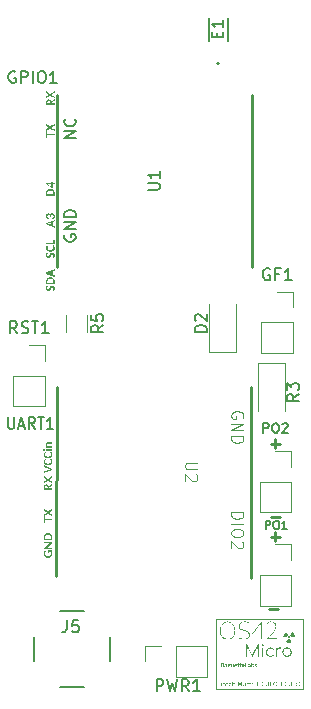
<source format=gbr>
%TF.GenerationSoftware,KiCad,Pcbnew,8.0.3-1.fc40*%
%TF.CreationDate,2024-06-24T14:15:41-04:00*%
%TF.ProjectId,OS42Micro,4f533432-4d69-4637-926f-2e6b69636164,rev?*%
%TF.SameCoordinates,Original*%
%TF.FileFunction,Legend,Top*%
%TF.FilePolarity,Positive*%
%FSLAX46Y46*%
G04 Gerber Fmt 4.6, Leading zero omitted, Abs format (unit mm)*
G04 Created by KiCad (PCBNEW 8.0.3-1.fc40) date 2024-06-24 14:15:41*
%MOMM*%
%LPD*%
G01*
G04 APERTURE LIST*
%ADD10C,0.100000*%
%ADD11C,0.250000*%
%ADD12C,0.200000*%
%ADD13C,0.300000*%
%ADD14C,0.075000*%
%ADD15C,0.150000*%
%ADD16C,0.120000*%
%ADD17C,0.127000*%
%ADD18C,0.000000*%
G04 APERTURE END LIST*
D10*
X149800000Y-147800000D02*
X157200000Y-147800000D01*
X157200000Y-153800000D01*
X149800000Y-153800000D01*
X149800000Y-147800000D01*
D11*
X155097431Y-146983666D02*
X154335527Y-146983666D01*
X155197431Y-132983666D02*
X154435527Y-132983666D01*
X154816479Y-133364619D02*
X154816479Y-132602714D01*
D10*
D11*
G36*
X152389776Y-151030000D02*
G01*
X152433457Y-151003823D01*
X152439602Y-150980418D01*
X152439602Y-150167578D01*
X152848953Y-150985059D01*
X152887551Y-151015506D01*
X152895115Y-151016078D01*
X152938590Y-150992142D01*
X153349406Y-150155854D01*
X153349406Y-150980418D01*
X153373990Y-151022701D01*
X153400697Y-151030000D01*
X153443302Y-151003823D01*
X153449057Y-150980418D01*
X153449057Y-149970718D01*
X153423927Y-149927087D01*
X153400697Y-149920893D01*
X153356887Y-149944581D01*
X153356001Y-149946050D01*
X152898046Y-150862205D01*
X152434473Y-149946294D01*
X152391644Y-149920920D01*
X152389776Y-149920893D01*
X152347259Y-149945171D01*
X152339951Y-149970718D01*
X152339951Y-150980418D01*
X152366207Y-151023911D01*
X152389776Y-151030000D01*
G37*
G36*
X153774877Y-150103342D02*
G01*
X153821919Y-150086594D01*
X153847152Y-150044531D01*
X153848639Y-150029581D01*
X153832734Y-149983210D01*
X153789407Y-149958682D01*
X153776343Y-149957529D01*
X153728679Y-149973589D01*
X153703779Y-150016855D01*
X153702826Y-150029581D01*
X153719352Y-150076623D01*
X153763957Y-150102499D01*
X153774877Y-150103342D01*
G37*
G36*
X153776343Y-151030000D02*
G01*
X153820319Y-151004472D01*
X153826168Y-150980418D01*
X153826168Y-150298492D01*
X153802541Y-150255691D01*
X153776343Y-150248667D01*
X153733541Y-150272294D01*
X153726517Y-150298492D01*
X153726517Y-150980418D01*
X153752232Y-151024206D01*
X153776343Y-151030000D01*
G37*
G36*
X154437020Y-151038548D02*
G01*
X154492748Y-151034945D01*
X154546006Y-151024354D01*
X154596128Y-151007105D01*
X154642447Y-150983525D01*
X154684297Y-150953943D01*
X154697138Y-150942805D01*
X154707139Y-150893309D01*
X154694452Y-150875150D01*
X154644683Y-150867902D01*
X154628995Y-150877836D01*
X154589038Y-150907317D01*
X154543082Y-150928120D01*
X154492089Y-150940450D01*
X154437020Y-150944515D01*
X154374876Y-150938611D01*
X154318779Y-150921556D01*
X154269421Y-150894334D01*
X154227490Y-150857930D01*
X154193676Y-150813329D01*
X154168669Y-150761516D01*
X154153159Y-150703474D01*
X154147836Y-150640188D01*
X154152728Y-150576050D01*
X154167002Y-150517586D01*
X154190057Y-150465681D01*
X154221292Y-150421224D01*
X154260107Y-150385102D01*
X154305899Y-150358202D01*
X154358069Y-150341411D01*
X154416015Y-150335617D01*
X154465654Y-150339190D01*
X154518443Y-150352485D01*
X154566255Y-150375772D01*
X154609659Y-150409217D01*
X154638276Y-150439420D01*
X154685372Y-150456939D01*
X154703244Y-150449190D01*
X154724217Y-150403338D01*
X154714724Y-150383244D01*
X154677885Y-150342570D01*
X154636952Y-150308721D01*
X154592234Y-150281726D01*
X154544038Y-150261612D01*
X154492670Y-150248408D01*
X154438440Y-150242141D01*
X154416015Y-150241584D01*
X154357952Y-150246009D01*
X154303345Y-150258904D01*
X154252685Y-150279696D01*
X154206466Y-150307813D01*
X154165180Y-150342681D01*
X154129319Y-150383730D01*
X154099377Y-150430387D01*
X154075846Y-150482079D01*
X154059218Y-150538234D01*
X154049987Y-150598279D01*
X154048185Y-150640188D01*
X154052462Y-150701826D01*
X154064939Y-150760210D01*
X154085080Y-150814727D01*
X154112353Y-150864763D01*
X154146224Y-150909706D01*
X154186159Y-150948941D01*
X154231624Y-150981855D01*
X154282086Y-151007834D01*
X154337011Y-151026267D01*
X154395864Y-151036538D01*
X154437020Y-151038548D01*
G37*
G36*
X154969469Y-151030000D02*
G01*
X155012328Y-151006549D01*
X155019295Y-150980418D01*
X155019295Y-150554703D01*
X155026040Y-150498026D01*
X155045493Y-150447719D01*
X155076480Y-150405107D01*
X155117827Y-150371514D01*
X155168359Y-150348265D01*
X155226904Y-150336685D01*
X155252302Y-150335617D01*
X155303065Y-150340195D01*
X155352051Y-150331872D01*
X155364898Y-150307041D01*
X155346904Y-150258926D01*
X155295963Y-150242681D01*
X155252302Y-150240118D01*
X155196028Y-150245541D01*
X155143887Y-150260623D01*
X155097388Y-150283588D01*
X155058038Y-150312658D01*
X155023174Y-150351918D01*
X155019295Y-150357843D01*
X155019295Y-150298492D01*
X154993688Y-150254516D01*
X154969469Y-150248667D01*
X154926668Y-150272294D01*
X154919644Y-150298492D01*
X154919644Y-150980418D01*
X154945359Y-151024206D01*
X154969469Y-151030000D01*
G37*
G36*
X155876242Y-150242113D02*
G01*
X155936027Y-150252316D01*
X155992030Y-150270652D01*
X156043661Y-150296540D01*
X156090327Y-150329395D01*
X156131437Y-150368635D01*
X156166399Y-150413676D01*
X156194622Y-150463935D01*
X156215514Y-150518829D01*
X156228483Y-150577774D01*
X156232937Y-150640188D01*
X156230943Y-150681853D01*
X156220746Y-150741637D01*
X156202430Y-150797641D01*
X156176585Y-150849271D01*
X156143803Y-150895937D01*
X156104677Y-150937048D01*
X156059797Y-150972010D01*
X156009755Y-151000233D01*
X155955144Y-151021125D01*
X155896554Y-151034094D01*
X155834577Y-151038548D01*
X155792612Y-151036554D01*
X155732445Y-151026357D01*
X155676136Y-151008041D01*
X155624267Y-150982196D01*
X155577422Y-150949414D01*
X155536184Y-150910287D01*
X155501136Y-150865407D01*
X155472861Y-150815366D01*
X155451942Y-150760754D01*
X155438963Y-150702164D01*
X155434508Y-150640188D01*
X155534159Y-150640188D01*
X155540015Y-150703403D01*
X155556919Y-150761413D01*
X155583875Y-150813222D01*
X155619888Y-150857839D01*
X155663960Y-150894270D01*
X155715097Y-150921521D01*
X155772301Y-150938601D01*
X155834577Y-150944515D01*
X155896710Y-150938601D01*
X155953688Y-150921521D01*
X156004546Y-150894270D01*
X156048320Y-150857839D01*
X156084046Y-150813222D01*
X156110759Y-150761413D01*
X156127494Y-150703403D01*
X156133286Y-150640188D01*
X156127494Y-150576478D01*
X156110759Y-150518078D01*
X156084046Y-150465969D01*
X156048320Y-150421133D01*
X156004546Y-150384551D01*
X155953688Y-150357206D01*
X155896710Y-150340079D01*
X155834577Y-150334152D01*
X155772301Y-150340079D01*
X155715097Y-150357206D01*
X155663960Y-150384551D01*
X155619888Y-150421133D01*
X155583875Y-150465969D01*
X155556919Y-150518078D01*
X155540015Y-150576478D01*
X155534159Y-150640188D01*
X155434508Y-150640188D01*
X155436502Y-150598222D01*
X155446705Y-150538056D01*
X155465042Y-150481747D01*
X155490929Y-150429878D01*
X155523785Y-150383033D01*
X155563024Y-150341795D01*
X155608065Y-150306746D01*
X155658324Y-150278471D01*
X155713218Y-150257553D01*
X155772164Y-150244574D01*
X155834577Y-150240118D01*
X155876242Y-150242113D01*
G37*
D12*
G36*
X136164000Y-103907606D02*
G01*
X136151714Y-103946182D01*
X136135472Y-103960949D01*
X135912527Y-104093817D01*
X135894355Y-104112379D01*
X135888884Y-104141102D01*
X135888884Y-104190146D01*
X136164000Y-104190146D01*
X136164000Y-104335129D01*
X135438696Y-104335129D01*
X135438696Y-104115310D01*
X135544600Y-104115310D01*
X135544600Y-104190146D01*
X135782981Y-104190146D01*
X135782981Y-104116482D01*
X135779317Y-104076259D01*
X135773602Y-104055715D01*
X135754349Y-104021325D01*
X135747419Y-104013705D01*
X135714611Y-103991938D01*
X135707558Y-103989281D01*
X135668842Y-103981653D01*
X135657147Y-103981270D01*
X135617299Y-103986719D01*
X135581578Y-104006552D01*
X135573909Y-104014291D01*
X135553873Y-104049783D01*
X135545630Y-104090981D01*
X135544600Y-104115310D01*
X135438696Y-104115310D01*
X135439932Y-104075858D01*
X135444207Y-104035901D01*
X135452435Y-103996665D01*
X135454327Y-103990062D01*
X135469092Y-103950802D01*
X135489608Y-103915518D01*
X135498096Y-103904675D01*
X135526878Y-103877344D01*
X135562880Y-103856992D01*
X135565311Y-103856022D01*
X135603525Y-103844942D01*
X135645259Y-103840646D01*
X135651090Y-103840586D01*
X135690203Y-103843739D01*
X135719087Y-103850551D01*
X135755280Y-103865390D01*
X135777900Y-103879274D01*
X135808828Y-103906324D01*
X135825186Y-103925778D01*
X135845794Y-103959211D01*
X135858403Y-103988890D01*
X135876575Y-103963098D01*
X135902171Y-103940628D01*
X136164000Y-103777278D01*
X136164000Y-103907606D01*
G37*
G36*
X135791383Y-103557850D02*
G01*
X135438696Y-103758520D01*
X135438696Y-103613342D01*
X135442213Y-103592826D01*
X135454523Y-103580907D01*
X135706972Y-103449016D01*
X135691145Y-103440223D01*
X135457258Y-103324940D01*
X135443385Y-103312240D01*
X135438696Y-103296413D01*
X135438696Y-103158464D01*
X135784935Y-103361088D01*
X136164000Y-103153970D01*
X136164000Y-103297390D01*
X136156770Y-103320837D01*
X136139966Y-103335296D01*
X135878528Y-103467773D01*
X135883804Y-103470704D01*
X135888884Y-103473244D01*
X136139380Y-103596343D01*
X136156379Y-103610216D01*
X136164000Y-103630537D01*
X136164000Y-103766140D01*
X135791383Y-103557850D01*
G37*
D13*
G36*
X150915219Y-148052307D02*
G01*
X151013410Y-148075590D01*
X151103578Y-148113437D01*
X151185065Y-148165063D01*
X151257210Y-148229685D01*
X151319355Y-148306517D01*
X151370840Y-148394776D01*
X151411006Y-148493677D01*
X151431169Y-148565136D01*
X151445813Y-148640745D01*
X151454743Y-148720269D01*
X151457763Y-148803478D01*
X151454697Y-148886391D01*
X151445636Y-148965833D01*
X151430783Y-149041545D01*
X151410342Y-149113268D01*
X151369649Y-149212806D01*
X151317532Y-149301911D01*
X151254677Y-149379707D01*
X151181773Y-149445321D01*
X151099509Y-149497876D01*
X151008573Y-149536499D01*
X150909652Y-149560314D01*
X150803436Y-149568447D01*
X150697266Y-149560424D01*
X150598469Y-149536917D01*
X150507717Y-149498764D01*
X150425679Y-149446808D01*
X150353026Y-149381888D01*
X150290428Y-149304845D01*
X150238555Y-149216519D01*
X150198077Y-149117750D01*
X150177753Y-149046518D01*
X150162990Y-148971267D01*
X150153987Y-148892247D01*
X150150942Y-148809706D01*
X150151173Y-148803478D01*
X150220551Y-148803478D01*
X150223258Y-148880129D01*
X150237212Y-148988789D01*
X150262540Y-149089202D01*
X150298682Y-149180618D01*
X150345079Y-149262283D01*
X150401170Y-149333447D01*
X150466398Y-149393357D01*
X150540201Y-149441262D01*
X150622019Y-149476411D01*
X150711295Y-149498052D01*
X150807466Y-149505432D01*
X150840076Y-149504626D01*
X150933397Y-149492728D01*
X151019545Y-149467128D01*
X151097995Y-149428488D01*
X151168222Y-149377471D01*
X151229701Y-149314740D01*
X151281906Y-149240958D01*
X151324313Y-149156787D01*
X151356395Y-149062892D01*
X151377628Y-148959934D01*
X151385496Y-148886589D01*
X151388154Y-148809706D01*
X151385447Y-148733056D01*
X151371501Y-148624396D01*
X151346199Y-148523982D01*
X151310112Y-148432567D01*
X151263810Y-148350902D01*
X151207864Y-148279738D01*
X151142844Y-148219828D01*
X151069320Y-148171922D01*
X150987864Y-148136774D01*
X150899046Y-148115133D01*
X150803436Y-148107752D01*
X150770820Y-148108565D01*
X150677411Y-148120547D01*
X150591088Y-148146303D01*
X150512398Y-148185140D01*
X150441887Y-148236360D01*
X150380102Y-148299269D01*
X150327592Y-148373172D01*
X150284902Y-148457371D01*
X150252579Y-148551173D01*
X150231171Y-148653881D01*
X150223233Y-148726958D01*
X150220551Y-148803478D01*
X150151173Y-148803478D01*
X150154008Y-148727152D01*
X150163077Y-148647967D01*
X150177951Y-148572422D01*
X150198432Y-148500787D01*
X150239234Y-148401255D01*
X150291541Y-148312038D01*
X150354687Y-148234047D01*
X150428005Y-148168193D01*
X150510828Y-148115388D01*
X150602490Y-148076542D01*
X150702324Y-148052566D01*
X150809665Y-148044371D01*
X150915219Y-148052307D01*
G37*
G36*
X152197819Y-149568447D02*
G01*
X152280616Y-149564147D01*
X152357260Y-149551551D01*
X152449129Y-149522642D01*
X152528255Y-149480879D01*
X152593608Y-149427343D01*
X152644158Y-149363117D01*
X152678874Y-149289283D01*
X152696725Y-149206921D01*
X152699005Y-149162882D01*
X152689122Y-149074033D01*
X152661192Y-149000624D01*
X152617794Y-148940552D01*
X152561504Y-148891715D01*
X152494902Y-148852009D01*
X152420565Y-148819333D01*
X152341073Y-148791584D01*
X152259002Y-148766659D01*
X152176931Y-148742454D01*
X152097438Y-148716869D01*
X152023101Y-148687799D01*
X151956499Y-148653143D01*
X151876738Y-148586084D01*
X151828881Y-148494627D01*
X151818998Y-148416598D01*
X151829977Y-148330802D01*
X151862394Y-148257951D01*
X151915470Y-148198697D01*
X151988424Y-148153695D01*
X152060575Y-148128395D01*
X152144551Y-148112969D01*
X152239951Y-148107752D01*
X152321943Y-148111432D01*
X152403764Y-148122886D01*
X152485138Y-148142735D01*
X152554322Y-148166902D01*
X152611444Y-148192383D01*
X152634525Y-148133032D01*
X152564664Y-148100770D01*
X152492948Y-148076482D01*
X152420305Y-148059488D01*
X152347662Y-148049106D01*
X152264149Y-148044442D01*
X152252407Y-148044371D01*
X152168210Y-148048152D01*
X152090620Y-148059313D01*
X151998075Y-148085210D01*
X151918791Y-148123108D01*
X151853638Y-148172369D01*
X151803480Y-148232352D01*
X151769187Y-148302418D01*
X151751625Y-148381928D01*
X151749389Y-148425024D01*
X151759272Y-148513278D01*
X151787202Y-148586384D01*
X151830600Y-148646405D01*
X151886890Y-148695401D01*
X151953492Y-148735432D01*
X152027829Y-148768559D01*
X152107321Y-148796844D01*
X152189392Y-148822346D01*
X152271463Y-148847127D01*
X152350956Y-148873248D01*
X152425293Y-148902769D01*
X152491895Y-148937751D01*
X152571656Y-149004971D01*
X152619513Y-149096072D01*
X152629396Y-149173506D01*
X152617987Y-149261672D01*
X152584598Y-149338642D01*
X152530487Y-149402884D01*
X152456911Y-149452862D01*
X152384882Y-149481544D01*
X152301845Y-149499329D01*
X152208443Y-149505432D01*
X152128529Y-149501491D01*
X152045640Y-149489667D01*
X151960123Y-149469961D01*
X151887103Y-149447517D01*
X151812701Y-149419600D01*
X151752320Y-149393325D01*
X151729605Y-149455240D01*
X151803108Y-149487609D01*
X151877516Y-149514614D01*
X151952125Y-149536206D01*
X152026231Y-149552334D01*
X152099130Y-149562948D01*
X152184023Y-149568334D01*
X152197819Y-149568447D01*
G37*
G36*
X153701744Y-149087411D02*
G01*
X153960031Y-149087411D01*
X153960031Y-149146395D01*
X153701744Y-149146395D01*
X153701744Y-149568447D01*
X153640195Y-149568447D01*
X153640195Y-149146395D01*
X152884385Y-149146395D01*
X152884385Y-149110125D01*
X152901031Y-149087411D01*
X152973778Y-149087411D01*
X153640195Y-149087411D01*
X153640195Y-148172233D01*
X152973778Y-149087411D01*
X152901031Y-149087411D01*
X153648255Y-148067819D01*
X153701744Y-148067819D01*
X153701744Y-149087411D01*
G37*
G36*
X154116102Y-149545000D02*
G01*
X154985851Y-149545000D01*
X154985851Y-149486015D01*
X154220516Y-149486015D01*
X154274143Y-149430938D01*
X154325088Y-149378109D01*
X154419192Y-149278893D01*
X154503340Y-149187766D01*
X154578047Y-149104126D01*
X154643826Y-149027373D01*
X154701191Y-148956905D01*
X154750655Y-148892121D01*
X154811160Y-148804289D01*
X154856777Y-148725866D01*
X154889240Y-148654823D01*
X154915057Y-148568074D01*
X154924678Y-148486030D01*
X154925034Y-148465690D01*
X154917374Y-148373325D01*
X154895010Y-148290740D01*
X154858863Y-148218716D01*
X154809859Y-148158036D01*
X154748918Y-148109480D01*
X154676966Y-148073829D01*
X154594924Y-148051866D01*
X154503715Y-148044371D01*
X154419449Y-148050346D01*
X154339940Y-148068212D01*
X154265464Y-148097883D01*
X154196296Y-148139271D01*
X154132711Y-148192290D01*
X154112805Y-148212533D01*
X154144678Y-148259061D01*
X154208283Y-148205339D01*
X154271907Y-148163755D01*
X154347319Y-148129866D01*
X154425322Y-148110917D01*
X154495289Y-148105921D01*
X154574680Y-148112296D01*
X154645853Y-148131028D01*
X154722152Y-148170916D01*
X154783046Y-148228028D01*
X154827108Y-148301206D01*
X154852914Y-148389293D01*
X154859455Y-148469720D01*
X154853120Y-148547641D01*
X154831096Y-148629953D01*
X154801561Y-148697749D01*
X154758748Y-148773218D01*
X154700746Y-148858590D01*
X154652698Y-148922107D01*
X154596485Y-148991677D01*
X154531543Y-149067960D01*
X154457305Y-149151617D01*
X154373205Y-149243309D01*
X154278679Y-149343697D01*
X154227329Y-149397358D01*
X154173160Y-149453440D01*
X154116102Y-149512027D01*
X154116102Y-149545000D01*
G37*
D11*
X155197431Y-140883666D02*
X154435527Y-140883666D01*
X154816479Y-141264619D02*
X154816479Y-140502714D01*
D12*
G36*
X135238696Y-139152700D02*
G01*
X135351243Y-139152700D01*
X135351243Y-139349462D01*
X135964000Y-139349462D01*
X135964000Y-139493272D01*
X135351243Y-139493272D01*
X135351243Y-139690034D01*
X135238696Y-139690034D01*
X135238696Y-139152700D01*
G37*
G36*
X135591383Y-138933663D02*
G01*
X135238696Y-139134333D01*
X135238696Y-138989155D01*
X135242213Y-138968639D01*
X135254523Y-138956720D01*
X135506972Y-138824829D01*
X135491145Y-138816036D01*
X135257258Y-138700753D01*
X135243385Y-138688053D01*
X135238696Y-138672226D01*
X135238696Y-138534277D01*
X135584935Y-138736901D01*
X135964000Y-138529783D01*
X135964000Y-138673203D01*
X135956770Y-138696650D01*
X135939966Y-138711109D01*
X135678528Y-138843586D01*
X135683804Y-138846517D01*
X135688884Y-138849057D01*
X135939380Y-138972156D01*
X135956379Y-138986029D01*
X135964000Y-139006350D01*
X135964000Y-139141953D01*
X135591383Y-138933663D01*
G37*
D10*
X151127580Y-138803884D02*
X152127580Y-138803884D01*
X152127580Y-138803884D02*
X152127580Y-139041979D01*
X152127580Y-139041979D02*
X152079961Y-139184836D01*
X152079961Y-139184836D02*
X151984723Y-139280074D01*
X151984723Y-139280074D02*
X151889485Y-139327693D01*
X151889485Y-139327693D02*
X151699009Y-139375312D01*
X151699009Y-139375312D02*
X151556152Y-139375312D01*
X151556152Y-139375312D02*
X151365676Y-139327693D01*
X151365676Y-139327693D02*
X151270438Y-139280074D01*
X151270438Y-139280074D02*
X151175200Y-139184836D01*
X151175200Y-139184836D02*
X151127580Y-139041979D01*
X151127580Y-139041979D02*
X151127580Y-138803884D01*
X151127580Y-139803884D02*
X152127580Y-139803884D01*
X152127580Y-140470550D02*
X152127580Y-140661026D01*
X152127580Y-140661026D02*
X152079961Y-140756264D01*
X152079961Y-140756264D02*
X151984723Y-140851502D01*
X151984723Y-140851502D02*
X151794247Y-140899121D01*
X151794247Y-140899121D02*
X151460914Y-140899121D01*
X151460914Y-140899121D02*
X151270438Y-140851502D01*
X151270438Y-140851502D02*
X151175200Y-140756264D01*
X151175200Y-140756264D02*
X151127580Y-140661026D01*
X151127580Y-140661026D02*
X151127580Y-140470550D01*
X151127580Y-140470550D02*
X151175200Y-140375312D01*
X151175200Y-140375312D02*
X151270438Y-140280074D01*
X151270438Y-140280074D02*
X151460914Y-140232455D01*
X151460914Y-140232455D02*
X151794247Y-140232455D01*
X151794247Y-140232455D02*
X151984723Y-140280074D01*
X151984723Y-140280074D02*
X152079961Y-140375312D01*
X152079961Y-140375312D02*
X152127580Y-140470550D01*
X152032342Y-141280074D02*
X152079961Y-141327693D01*
X152079961Y-141327693D02*
X152127580Y-141422931D01*
X152127580Y-141422931D02*
X152127580Y-141661026D01*
X152127580Y-141661026D02*
X152079961Y-141756264D01*
X152079961Y-141756264D02*
X152032342Y-141803883D01*
X152032342Y-141803883D02*
X151937104Y-141851502D01*
X151937104Y-141851502D02*
X151841866Y-141851502D01*
X151841866Y-141851502D02*
X151699009Y-141803883D01*
X151699009Y-141803883D02*
X151127580Y-141232455D01*
X151127580Y-141232455D02*
X151127580Y-141851502D01*
D12*
G36*
X135574104Y-116848834D02*
G01*
X135589540Y-116861730D01*
X135594034Y-116880097D01*
X135586414Y-116902763D01*
X135569610Y-116930900D01*
X135553284Y-116967273D01*
X135552806Y-116968611D01*
X135545265Y-117007794D01*
X135544990Y-117018046D01*
X135550271Y-117059024D01*
X135569024Y-117092491D01*
X135602799Y-117113374D01*
X135631941Y-117117501D01*
X135669664Y-117106428D01*
X135672778Y-117104019D01*
X135698288Y-117072522D01*
X135700524Y-117068457D01*
X135716791Y-117031638D01*
X135721627Y-117017850D01*
X135734353Y-116980075D01*
X135741557Y-116959818D01*
X135756273Y-116923227D01*
X135766568Y-116901786D01*
X135788743Y-116867293D01*
X135802911Y-116851374D01*
X135834159Y-116826965D01*
X135856644Y-116815617D01*
X135896583Y-116804715D01*
X135933630Y-116802135D01*
X135972637Y-116804811D01*
X136012409Y-116813681D01*
X136026051Y-116818353D01*
X136061704Y-116835423D01*
X136095172Y-116860104D01*
X136101278Y-116865833D01*
X136126603Y-116895881D01*
X136146841Y-116931315D01*
X136151690Y-116942428D01*
X136163708Y-116981420D01*
X136169364Y-117021249D01*
X136170252Y-117046182D01*
X136167733Y-117087215D01*
X136163804Y-117111835D01*
X136154218Y-117149757D01*
X136145437Y-117174752D01*
X136128538Y-117211144D01*
X136116714Y-117231807D01*
X136093148Y-117264337D01*
X136079394Y-117279092D01*
X136010420Y-117236301D01*
X135997328Y-117222819D01*
X135992248Y-117204452D01*
X136002408Y-117177292D01*
X136025074Y-117144466D01*
X136044317Y-117108639D01*
X136047545Y-117101088D01*
X136056713Y-117062627D01*
X136057705Y-117042274D01*
X136052880Y-117003245D01*
X136034050Y-116967216D01*
X136032499Y-116965484D01*
X135998935Y-116943988D01*
X135958054Y-116937934D01*
X135919803Y-116946834D01*
X135912918Y-116951416D01*
X135886631Y-116981400D01*
X135883609Y-116986782D01*
X135867709Y-117023236D01*
X135863288Y-117036999D01*
X135851499Y-117074690D01*
X135844921Y-117094836D01*
X135830331Y-117132883D01*
X135821278Y-117152477D01*
X135800258Y-117185450D01*
X135784348Y-117202889D01*
X135751254Y-117226962D01*
X135727293Y-117238255D01*
X135689240Y-117248220D01*
X135649292Y-117251490D01*
X135643078Y-117251542D01*
X135603560Y-117247732D01*
X135565116Y-117236301D01*
X135529163Y-117217299D01*
X135497510Y-117191165D01*
X135472425Y-117160402D01*
X135452493Y-117123800D01*
X135450224Y-117118478D01*
X135438069Y-117078338D01*
X135432877Y-117036845D01*
X135432443Y-117019804D01*
X135434752Y-116977768D01*
X135441679Y-116937903D01*
X135451983Y-116903545D01*
X135468863Y-116865562D01*
X135490195Y-116831920D01*
X135506889Y-116811905D01*
X135574104Y-116848834D01*
G37*
G36*
X135984237Y-116264214D02*
G01*
X135992834Y-116244480D01*
X136053993Y-116186643D01*
X136086794Y-116213380D01*
X136114366Y-116244009D01*
X136136711Y-116278532D01*
X136140552Y-116285903D01*
X136156214Y-116325326D01*
X136165350Y-116364525D01*
X136169788Y-116407249D01*
X136170252Y-116427369D01*
X136168088Y-116467960D01*
X136160608Y-116510305D01*
X136147786Y-116549750D01*
X136142897Y-116561018D01*
X136123560Y-116596304D01*
X136099987Y-116628155D01*
X136072177Y-116656571D01*
X136066107Y-116661842D01*
X136033539Y-116685862D01*
X135997383Y-116706141D01*
X135957640Y-116722681D01*
X135949261Y-116725540D01*
X135910133Y-116736308D01*
X135869027Y-116743552D01*
X135825943Y-116747271D01*
X135801152Y-116747815D01*
X135761451Y-116746325D01*
X135718801Y-116741088D01*
X135678284Y-116732078D01*
X135652457Y-116723977D01*
X135615818Y-116708928D01*
X135578624Y-116688618D01*
X135545133Y-116664529D01*
X135535807Y-116656566D01*
X135507292Y-116627795D01*
X135483050Y-116595704D01*
X135463084Y-116560292D01*
X135459603Y-116552812D01*
X135445281Y-116513790D01*
X135436263Y-116472441D01*
X135432682Y-116433236D01*
X135432443Y-116419748D01*
X135434561Y-116379673D01*
X135441880Y-116338335D01*
X135454428Y-116300355D01*
X135459212Y-116289616D01*
X135479537Y-116252852D01*
X135503971Y-116220476D01*
X135529750Y-116194849D01*
X135596379Y-116243307D01*
X135607126Y-116254640D01*
X135612011Y-116272421D01*
X135603413Y-116294696D01*
X135584851Y-116321074D01*
X135567174Y-116357424D01*
X135566093Y-116360348D01*
X135558335Y-116399045D01*
X135557496Y-116420725D01*
X135562128Y-116461452D01*
X135573909Y-116493998D01*
X135596914Y-116528022D01*
X135621390Y-116550467D01*
X135656170Y-116571423D01*
X135695165Y-116586189D01*
X135697984Y-116587006D01*
X135736721Y-116595355D01*
X135776142Y-116599285D01*
X135800762Y-116599902D01*
X135842765Y-116597896D01*
X135884176Y-116591196D01*
X135904711Y-116585638D01*
X135941684Y-116571212D01*
X135977343Y-116549963D01*
X135981306Y-116546950D01*
X136010332Y-116518573D01*
X136028982Y-116489504D01*
X136042096Y-116450809D01*
X136045200Y-116418576D01*
X136042999Y-116379074D01*
X136042855Y-116377934D01*
X136034258Y-116344131D01*
X136018431Y-116314822D01*
X135994397Y-116287271D01*
X135987168Y-116276133D01*
X135984237Y-116264214D01*
G37*
G36*
X136051452Y-115974640D02*
G01*
X136051452Y-115721214D01*
X136164000Y-115721214D01*
X136164000Y-116119036D01*
X135438696Y-116119036D01*
X135438696Y-115974640D01*
X136051452Y-115974640D01*
G37*
D10*
X152079961Y-130827693D02*
X152127580Y-130732455D01*
X152127580Y-130732455D02*
X152127580Y-130589598D01*
X152127580Y-130589598D02*
X152079961Y-130446741D01*
X152079961Y-130446741D02*
X151984723Y-130351503D01*
X151984723Y-130351503D02*
X151889485Y-130303884D01*
X151889485Y-130303884D02*
X151699009Y-130256265D01*
X151699009Y-130256265D02*
X151556152Y-130256265D01*
X151556152Y-130256265D02*
X151365676Y-130303884D01*
X151365676Y-130303884D02*
X151270438Y-130351503D01*
X151270438Y-130351503D02*
X151175200Y-130446741D01*
X151175200Y-130446741D02*
X151127580Y-130589598D01*
X151127580Y-130589598D02*
X151127580Y-130684836D01*
X151127580Y-130684836D02*
X151175200Y-130827693D01*
X151175200Y-130827693D02*
X151222819Y-130875312D01*
X151222819Y-130875312D02*
X151556152Y-130875312D01*
X151556152Y-130875312D02*
X151556152Y-130684836D01*
X151127580Y-131303884D02*
X152127580Y-131303884D01*
X152127580Y-131303884D02*
X151127580Y-131875312D01*
X151127580Y-131875312D02*
X152127580Y-131875312D01*
X151127580Y-132351503D02*
X152127580Y-132351503D01*
X152127580Y-132351503D02*
X152127580Y-132589598D01*
X152127580Y-132589598D02*
X152079961Y-132732455D01*
X152079961Y-132732455D02*
X151984723Y-132827693D01*
X151984723Y-132827693D02*
X151889485Y-132875312D01*
X151889485Y-132875312D02*
X151699009Y-132922931D01*
X151699009Y-132922931D02*
X151556152Y-132922931D01*
X151556152Y-132922931D02*
X151365676Y-132875312D01*
X151365676Y-132875312D02*
X151270438Y-132827693D01*
X151270438Y-132827693D02*
X151175200Y-132732455D01*
X151175200Y-132732455D02*
X151127580Y-132589598D01*
X151127580Y-132589598D02*
X151127580Y-132351503D01*
D11*
X155197431Y-139183666D02*
X154435527Y-139183666D01*
D12*
G36*
X135964000Y-136507606D02*
G01*
X135951714Y-136546182D01*
X135935472Y-136560949D01*
X135712527Y-136693817D01*
X135694355Y-136712379D01*
X135688884Y-136741102D01*
X135688884Y-136790146D01*
X135964000Y-136790146D01*
X135964000Y-136935129D01*
X135238696Y-136935129D01*
X135238696Y-136715310D01*
X135344600Y-136715310D01*
X135344600Y-136790146D01*
X135582981Y-136790146D01*
X135582981Y-136716482D01*
X135579317Y-136676259D01*
X135573602Y-136655715D01*
X135554349Y-136621325D01*
X135547419Y-136613705D01*
X135514611Y-136591938D01*
X135507558Y-136589281D01*
X135468842Y-136581653D01*
X135457147Y-136581270D01*
X135417299Y-136586719D01*
X135381578Y-136606552D01*
X135373909Y-136614291D01*
X135353873Y-136649783D01*
X135345630Y-136690981D01*
X135344600Y-136715310D01*
X135238696Y-136715310D01*
X135239932Y-136675858D01*
X135244207Y-136635901D01*
X135252435Y-136596665D01*
X135254327Y-136590062D01*
X135269092Y-136550802D01*
X135289608Y-136515518D01*
X135298096Y-136504675D01*
X135326878Y-136477344D01*
X135362880Y-136456992D01*
X135365311Y-136456022D01*
X135403525Y-136444942D01*
X135445259Y-136440646D01*
X135451090Y-136440586D01*
X135490203Y-136443739D01*
X135519087Y-136450551D01*
X135555280Y-136465390D01*
X135577900Y-136479274D01*
X135608828Y-136506324D01*
X135625186Y-136525778D01*
X135645794Y-136559211D01*
X135658403Y-136588890D01*
X135676575Y-136563098D01*
X135702171Y-136540628D01*
X135964000Y-136377278D01*
X135964000Y-136507606D01*
G37*
G36*
X135591383Y-136157850D02*
G01*
X135238696Y-136358520D01*
X135238696Y-136213342D01*
X135242213Y-136192826D01*
X135254523Y-136180907D01*
X135506972Y-136049016D01*
X135491145Y-136040223D01*
X135257258Y-135924940D01*
X135243385Y-135912240D01*
X135238696Y-135896413D01*
X135238696Y-135758464D01*
X135584935Y-135961088D01*
X135964000Y-135753970D01*
X135964000Y-135897390D01*
X135956770Y-135920837D01*
X135939966Y-135935296D01*
X135678528Y-136067773D01*
X135683804Y-136070704D01*
X135688884Y-136073244D01*
X135939380Y-136196343D01*
X135956379Y-136210216D01*
X135964000Y-136230537D01*
X135964000Y-136366140D01*
X135591383Y-136157850D01*
G37*
G36*
X136164000Y-114129644D02*
G01*
X136155207Y-114160321D01*
X136133323Y-114177320D01*
X135994788Y-114223628D01*
X135994788Y-114492295D01*
X136132736Y-114537822D01*
X136154230Y-114554626D01*
X136164000Y-114585108D01*
X136164000Y-114697850D01*
X135438696Y-114431723D01*
X135438696Y-114358646D01*
X135571173Y-114358646D01*
X135609129Y-114368941D01*
X135620803Y-114372519D01*
X135658344Y-114384849D01*
X135660468Y-114385610D01*
X135888884Y-114459860D01*
X135888884Y-114256454D01*
X135660078Y-114330704D01*
X135622007Y-114344126D01*
X135620608Y-114344577D01*
X135582688Y-114355568D01*
X135571173Y-114358646D01*
X135438696Y-114358646D01*
X135438696Y-114284591D01*
X136164000Y-114018464D01*
X136164000Y-114129644D01*
G37*
G36*
X135432443Y-113713258D02*
G01*
X135434894Y-113673849D01*
X135443015Y-113635231D01*
X135447293Y-113622400D01*
X135464830Y-113585080D01*
X135487740Y-113554012D01*
X135517265Y-113527811D01*
X135547531Y-113510830D01*
X135585393Y-113498938D01*
X135620999Y-113495589D01*
X135661192Y-113498490D01*
X135682157Y-113503014D01*
X135719318Y-113518790D01*
X135728270Y-113524703D01*
X135756470Y-113552267D01*
X135761878Y-113559874D01*
X135780268Y-113595881D01*
X135784348Y-113607159D01*
X135802774Y-113564727D01*
X135826984Y-113531075D01*
X135862539Y-113502909D01*
X135899281Y-113488277D01*
X135941807Y-113482424D01*
X135949457Y-113482302D01*
X135988474Y-113485133D01*
X136026527Y-113494586D01*
X136045200Y-113502428D01*
X136078731Y-113522656D01*
X136109014Y-113550139D01*
X136114369Y-113556357D01*
X136137516Y-113590452D01*
X136153619Y-113626612D01*
X136156379Y-113634905D01*
X136165863Y-113674955D01*
X136170035Y-113716800D01*
X136170252Y-113729085D01*
X136168317Y-113769442D01*
X136161906Y-113808359D01*
X136158528Y-113821116D01*
X136143727Y-113858534D01*
X136122771Y-113891067D01*
X136094037Y-113920515D01*
X136063371Y-113942651D01*
X136027682Y-113961611D01*
X135989802Y-113976827D01*
X135981110Y-113979776D01*
X135956491Y-113921549D01*
X135951046Y-113882166D01*
X135951801Y-113878367D01*
X135973490Y-113850034D01*
X136007828Y-113829810D01*
X136008856Y-113829127D01*
X136037579Y-113804117D01*
X136057119Y-113772072D01*
X136064320Y-113733192D01*
X136064348Y-113730258D01*
X136058963Y-113690764D01*
X136054774Y-113679455D01*
X136032092Y-113646242D01*
X136029177Y-113643503D01*
X135995701Y-113622918D01*
X135993225Y-113622009D01*
X135954610Y-113614787D01*
X135953364Y-113614780D01*
X135913370Y-113618118D01*
X135906665Y-113619469D01*
X135871647Y-113639374D01*
X135870713Y-113640376D01*
X135851259Y-113675019D01*
X135847265Y-113688053D01*
X135840710Y-113727611D01*
X135838872Y-113769713D01*
X135838863Y-113773049D01*
X135751327Y-113773049D01*
X135749324Y-113732114D01*
X135743316Y-113699190D01*
X135727672Y-113662847D01*
X135720845Y-113653859D01*
X135687880Y-113631777D01*
X135686651Y-113631388D01*
X135646837Y-113625384D01*
X135642297Y-113625331D01*
X135602023Y-113630118D01*
X135566191Y-113648803D01*
X135564530Y-113650341D01*
X135543359Y-113684784D01*
X135538347Y-113720293D01*
X135544964Y-113759310D01*
X135561794Y-113787508D01*
X135593427Y-113813579D01*
X135619436Y-113824829D01*
X135652408Y-113846467D01*
X135653434Y-113848276D01*
X135657013Y-113888026D01*
X135656756Y-113889699D01*
X135644642Y-113959455D01*
X135603684Y-113950880D01*
X135564554Y-113936668D01*
X135551829Y-113930341D01*
X135517563Y-113907787D01*
X135489135Y-113880424D01*
X135485786Y-113876413D01*
X135463793Y-113844029D01*
X135447638Y-113807696D01*
X135445926Y-113802554D01*
X135436248Y-113762205D01*
X135432562Y-113722144D01*
X135432443Y-113713258D01*
G37*
G36*
X135839828Y-111417903D02*
G01*
X135881881Y-111423484D01*
X135921924Y-111433084D01*
X135947503Y-111441716D01*
X135983608Y-111457579D01*
X136020244Y-111479157D01*
X136053217Y-111504894D01*
X136062394Y-111513426D01*
X136090356Y-111544239D01*
X136114159Y-111578791D01*
X136133801Y-111617084D01*
X136137230Y-111625191D01*
X136150171Y-111663124D01*
X136158876Y-111703282D01*
X136163346Y-111745666D01*
X136164000Y-111770174D01*
X136164000Y-112036301D01*
X135438696Y-112036301D01*
X135438696Y-111770174D01*
X135544600Y-111770174D01*
X135544600Y-111891123D01*
X136051452Y-111891123D01*
X136051452Y-111770174D01*
X136048161Y-111729814D01*
X136037331Y-111690722D01*
X136034258Y-111683419D01*
X136013009Y-111647906D01*
X135984041Y-111618353D01*
X135950176Y-111596004D01*
X135912990Y-111580104D01*
X135904321Y-111577320D01*
X135864028Y-111568085D01*
X135823229Y-111563739D01*
X135797831Y-111563056D01*
X135758716Y-111564741D01*
X135719364Y-111570425D01*
X135692122Y-111577320D01*
X135653782Y-111592194D01*
X135618680Y-111613443D01*
X135612401Y-111618353D01*
X135583434Y-111647906D01*
X135562185Y-111683419D01*
X135549563Y-111721652D01*
X135544754Y-111761211D01*
X135544600Y-111770174D01*
X135438696Y-111770174D01*
X135440813Y-111726554D01*
X135447166Y-111685159D01*
X135457753Y-111645990D01*
X135465465Y-111625191D01*
X135484275Y-111586151D01*
X135507246Y-111550850D01*
X135534376Y-111519289D01*
X135540301Y-111513426D01*
X135572156Y-111486441D01*
X135607636Y-111463616D01*
X135646741Y-111444950D01*
X135654997Y-111441716D01*
X135693466Y-111429437D01*
X135733912Y-111421177D01*
X135776337Y-111416935D01*
X135800762Y-111416315D01*
X135839828Y-111417903D01*
G37*
G36*
X135986777Y-110848108D02*
G01*
X135994788Y-110867648D01*
X135994788Y-110924898D01*
X136164000Y-110924898D01*
X136164000Y-111040376D01*
X135994788Y-111040376D01*
X135994788Y-111336399D01*
X135986777Y-111359260D01*
X135966260Y-111372156D01*
X135899436Y-111386029D01*
X135438696Y-111051318D01*
X135438696Y-111035882D01*
X135591103Y-111035882D01*
X135888884Y-111246322D01*
X135888884Y-111040376D01*
X135664767Y-111040376D01*
X135630182Y-111039595D01*
X135591103Y-111035882D01*
X135438696Y-111035882D01*
X135438696Y-110924898D01*
X135888884Y-110924898D01*
X135888884Y-110840879D01*
X135967433Y-110840879D01*
X135986777Y-110848108D01*
G37*
D10*
G36*
X150377598Y-151570016D02*
G01*
X150398394Y-151572293D01*
X150416789Y-151576187D01*
X150435579Y-151582631D01*
X150453452Y-151592471D01*
X150457529Y-151595531D01*
X150471946Y-151610334D01*
X150480683Y-151625914D01*
X150486179Y-151644745D01*
X150488004Y-151664307D01*
X150488011Y-151665677D01*
X150485624Y-151685576D01*
X150484396Y-151690004D01*
X150476007Y-151707864D01*
X150473356Y-151711692D01*
X150459224Y-151726342D01*
X150454305Y-151730060D01*
X150437024Y-151739865D01*
X150426461Y-151744128D01*
X150446782Y-151750568D01*
X150466621Y-151761275D01*
X150481500Y-151775232D01*
X150491419Y-151792437D01*
X150496379Y-151812892D01*
X150496999Y-151824337D01*
X150495372Y-151844076D01*
X150490018Y-151863690D01*
X150488499Y-151867422D01*
X150478792Y-151884694D01*
X150465607Y-151899690D01*
X150463586Y-151901518D01*
X150446595Y-151913608D01*
X150427676Y-151922413D01*
X150423237Y-151923988D01*
X150404223Y-151928870D01*
X150383230Y-151931499D01*
X150368136Y-151932000D01*
X150232728Y-151932000D01*
X150232728Y-151879048D01*
X150304926Y-151879048D01*
X150366769Y-151879048D01*
X150386982Y-151877154D01*
X150395589Y-151874651D01*
X150412569Y-151864099D01*
X150413859Y-151862732D01*
X150423335Y-151845440D01*
X150426166Y-151825680D01*
X150426168Y-151825021D01*
X150423335Y-151805661D01*
X150422944Y-151804505D01*
X150412784Y-151788971D01*
X150395127Y-151779418D01*
X150394417Y-151779201D01*
X150374413Y-151775904D01*
X150366475Y-151775684D01*
X150304926Y-151775684D01*
X150304926Y-151879048D01*
X150232728Y-151879048D01*
X150232728Y-151722732D01*
X150304926Y-151722732D01*
X150352505Y-151722732D01*
X150373401Y-151721111D01*
X150392814Y-151715122D01*
X150399497Y-151711204D01*
X150411880Y-151695792D01*
X150415943Y-151676096D01*
X150416008Y-151672809D01*
X150413638Y-151652911D01*
X150403385Y-151635114D01*
X150401646Y-151633632D01*
X150383255Y-151625133D01*
X150362233Y-151622399D01*
X150356608Y-151622300D01*
X150304926Y-151622300D01*
X150304926Y-151722732D01*
X150232728Y-151722732D01*
X150232728Y-151569348D01*
X150356608Y-151569348D01*
X150377598Y-151570016D01*
G37*
G36*
X150680534Y-151661488D02*
G01*
X150699835Y-151666349D01*
X150703433Y-151667729D01*
X150720945Y-151676912D01*
X150735575Y-151689222D01*
X150747796Y-151705375D01*
X150755603Y-151722146D01*
X150760732Y-151742150D01*
X150762435Y-151762633D01*
X150762442Y-151764058D01*
X150762442Y-151932000D01*
X150730593Y-151932000D01*
X150715450Y-151928971D01*
X150707243Y-151916368D01*
X150701186Y-151896926D01*
X150685945Y-151909731D01*
X150681060Y-151913437D01*
X150664347Y-151923872D01*
X150661130Y-151925454D01*
X150642056Y-151932036D01*
X150639148Y-151932683D01*
X150619373Y-151935009D01*
X150613258Y-151935126D01*
X150593443Y-151933438D01*
X150581116Y-151930339D01*
X150562947Y-151921632D01*
X150555910Y-151916270D01*
X150543216Y-151900607D01*
X150539595Y-151893214D01*
X150534641Y-151874231D01*
X150533831Y-151861267D01*
X150534571Y-151856870D01*
X150600655Y-151856870D01*
X150606718Y-151876021D01*
X150609839Y-151878755D01*
X150629212Y-151884882D01*
X150634947Y-151885105D01*
X150654411Y-151883157D01*
X150667285Y-151878950D01*
X150684222Y-151868623D01*
X150694347Y-151859899D01*
X150694347Y-151819452D01*
X150673732Y-151819984D01*
X150653752Y-151821921D01*
X150649113Y-151822676D01*
X150629467Y-151827393D01*
X150620390Y-151830883D01*
X150605150Y-151842509D01*
X150600655Y-151856870D01*
X150534571Y-151856870D01*
X150537155Y-151841520D01*
X150541549Y-151831176D01*
X150553663Y-151815177D01*
X150567829Y-151804016D01*
X150586428Y-151794135D01*
X150606120Y-151786945D01*
X150617264Y-151783793D01*
X150638057Y-151779517D01*
X150659332Y-151777022D01*
X150680281Y-151775882D01*
X150694347Y-151775684D01*
X150694347Y-151761811D01*
X150692234Y-151742318D01*
X150683307Y-151724784D01*
X150665852Y-151714625D01*
X150651751Y-151712963D01*
X150631619Y-151714886D01*
X150626252Y-151716382D01*
X150608569Y-151723709D01*
X150594305Y-151731134D01*
X150579455Y-151734456D01*
X150567243Y-151730939D01*
X150559134Y-151722537D01*
X150546531Y-151701825D01*
X150563363Y-151688543D01*
X150581349Y-151677846D01*
X150598702Y-151670367D01*
X150618924Y-151664471D01*
X150638250Y-151661234D01*
X150658472Y-151660021D01*
X150660544Y-151660011D01*
X150680534Y-151661488D01*
G37*
G36*
X150936633Y-151661461D02*
G01*
X150947871Y-151663723D01*
X150967047Y-151670217D01*
X150975031Y-151674177D01*
X151050844Y-151674177D01*
X151050844Y-151700848D01*
X151047424Y-151710715D01*
X151035994Y-151715991D01*
X151014598Y-151720485D01*
X151019097Y-151740022D01*
X151019483Y-151748133D01*
X151017010Y-151768611D01*
X151011667Y-151782914D01*
X151000251Y-151799660D01*
X150989979Y-151809292D01*
X150972795Y-151819994D01*
X150957250Y-151826096D01*
X150937759Y-151830492D01*
X150918156Y-151831952D01*
X150916803Y-151831958D01*
X150903810Y-151831469D01*
X150891207Y-151829808D01*
X150881046Y-151845147D01*
X150888178Y-151856675D01*
X150906838Y-151861755D01*
X150926879Y-151863151D01*
X150933217Y-151863221D01*
X150953002Y-151863810D01*
X150963600Y-151864588D01*
X150983694Y-151867225D01*
X150993984Y-151869278D01*
X151012833Y-151875650D01*
X151020362Y-151879829D01*
X151035182Y-151893623D01*
X151039023Y-151899466D01*
X151045312Y-151918566D01*
X151046154Y-151931023D01*
X151043465Y-151950937D01*
X151037655Y-151965998D01*
X151026446Y-151983040D01*
X151012937Y-151996382D01*
X150996102Y-152007749D01*
X150977445Y-152016228D01*
X150973077Y-152017778D01*
X150952787Y-152022965D01*
X150932140Y-152025405D01*
X150919246Y-152025789D01*
X150898056Y-152024937D01*
X150877550Y-152022092D01*
X150867564Y-152019732D01*
X150848652Y-152013286D01*
X150831318Y-152003905D01*
X150816313Y-151990311D01*
X150810020Y-151980946D01*
X150803543Y-151961763D01*
X150802986Y-151953981D01*
X150804713Y-151944700D01*
X150863461Y-151944700D01*
X150866294Y-151957205D01*
X150875771Y-151967073D01*
X150893356Y-151973423D01*
X150912828Y-151975621D01*
X150920614Y-151975768D01*
X150940611Y-151974632D01*
X150949239Y-151973130D01*
X150967736Y-151966185D01*
X150968192Y-151965900D01*
X150978646Y-151954861D01*
X150981870Y-151940988D01*
X150977766Y-151928775D01*
X150966531Y-151921351D01*
X150949727Y-151917443D01*
X150929893Y-151916174D01*
X150929211Y-151916173D01*
X150909560Y-151916173D01*
X150906643Y-151916173D01*
X150886597Y-151914228D01*
X150883782Y-151913632D01*
X150869030Y-151927017D01*
X150863461Y-151944700D01*
X150804713Y-151944700D01*
X150806672Y-151934168D01*
X150813440Y-151922914D01*
X150828643Y-151909588D01*
X150842260Y-151902495D01*
X150827486Y-151888985D01*
X150826727Y-151887840D01*
X150821008Y-151868397D01*
X150820865Y-151864002D01*
X150822916Y-151851888D01*
X150829364Y-151839285D01*
X150840111Y-151827366D01*
X150855254Y-151817205D01*
X150838507Y-151805380D01*
X150825453Y-151790421D01*
X150823991Y-151788189D01*
X150815857Y-151769871D01*
X150812758Y-151750295D01*
X150812725Y-151748817D01*
X150875868Y-151748817D01*
X150879761Y-151768120D01*
X150885833Y-151777247D01*
X150903711Y-151786896D01*
X150916803Y-151788189D01*
X150937020Y-151784789D01*
X150947871Y-151777443D01*
X150956951Y-151759253D01*
X150957934Y-151748817D01*
X150954003Y-151729324D01*
X150947871Y-151720485D01*
X150929995Y-151711267D01*
X150916803Y-151710032D01*
X150896714Y-151713339D01*
X150885833Y-151720485D01*
X150876841Y-151738326D01*
X150875868Y-151748817D01*
X150812725Y-151748817D01*
X150812658Y-151745789D01*
X150814892Y-151725896D01*
X150820572Y-151710129D01*
X150831439Y-151693760D01*
X150842456Y-151683165D01*
X150859701Y-151672274D01*
X150875380Y-151666068D01*
X150895310Y-151661525D01*
X150915414Y-151660017D01*
X150916803Y-151660011D01*
X150936633Y-151661461D01*
G37*
G36*
X151154598Y-151663137D02*
G01*
X151154598Y-151833521D01*
X151156960Y-151853001D01*
X151165345Y-151869473D01*
X151181861Y-151880078D01*
X151197487Y-151882174D01*
X151217288Y-151879229D01*
X151227090Y-151875335D01*
X151244026Y-151864879D01*
X151253565Y-151856773D01*
X151253565Y-151663137D01*
X151323321Y-151663137D01*
X151323321Y-151932000D01*
X151280432Y-151932000D01*
X151269295Y-151928873D01*
X151263433Y-151919397D01*
X151258450Y-151899759D01*
X151242544Y-151913218D01*
X151225048Y-151924100D01*
X151222595Y-151925356D01*
X151204029Y-151932035D01*
X151184311Y-151934887D01*
X151176092Y-151935126D01*
X151156347Y-151933473D01*
X151136720Y-151927603D01*
X151119327Y-151917175D01*
X151108192Y-151906501D01*
X151096985Y-151889726D01*
X151090704Y-151874456D01*
X151086308Y-151854868D01*
X151084848Y-151834818D01*
X151084842Y-151833423D01*
X151084842Y-151663137D01*
X151154598Y-151663137D01*
G37*
G36*
X151524340Y-151661365D02*
G01*
X151544664Y-151665853D01*
X151551542Y-151668217D01*
X151569427Y-151676715D01*
X151585975Y-151688932D01*
X151588960Y-151691762D01*
X151602112Y-151707709D01*
X151611675Y-151725421D01*
X151613384Y-151729571D01*
X151619077Y-151748892D01*
X151621756Y-151768616D01*
X151622177Y-151780960D01*
X151621297Y-151793758D01*
X151618757Y-151801574D01*
X151613775Y-151805775D01*
X151605959Y-151806947D01*
X151442805Y-151806947D01*
X151445879Y-151827181D01*
X151449937Y-151840653D01*
X151459669Y-151858532D01*
X151464494Y-151864100D01*
X151480658Y-151875587D01*
X151485889Y-151877778D01*
X151505138Y-151881826D01*
X151513440Y-151882174D01*
X151533049Y-151880307D01*
X151539623Y-151878559D01*
X151558101Y-151871255D01*
X151559162Y-151870743D01*
X151574110Y-151862928D01*
X151587006Y-151859215D01*
X151599706Y-151865468D01*
X151619734Y-151891162D01*
X151605497Y-151904926D01*
X151594724Y-151912558D01*
X151577161Y-151921725D01*
X151566294Y-151925942D01*
X151546849Y-151931176D01*
X151536496Y-151932976D01*
X151516229Y-151934916D01*
X151507383Y-151935126D01*
X151486669Y-151933848D01*
X151467028Y-151930015D01*
X151454528Y-151926040D01*
X151435716Y-151917111D01*
X151418967Y-151905248D01*
X151411933Y-151898782D01*
X151398521Y-151882599D01*
X151388403Y-151865142D01*
X151383503Y-151853842D01*
X151377662Y-151834445D01*
X151374457Y-151815089D01*
X151373254Y-151794092D01*
X151373244Y-151791902D01*
X151374522Y-151771972D01*
X151376344Y-151763179D01*
X151444173Y-151763179D01*
X151559553Y-151763179D01*
X151556329Y-151744128D01*
X151546461Y-151728106D01*
X151529560Y-151717066D01*
X151509701Y-151713063D01*
X151505429Y-151712963D01*
X151485661Y-151715139D01*
X151467580Y-151723060D01*
X151463614Y-151726152D01*
X151451231Y-151741954D01*
X151444458Y-151761693D01*
X151444173Y-151763179D01*
X151376344Y-151763179D01*
X151378790Y-151751373D01*
X151382330Y-151740709D01*
X151391002Y-151722197D01*
X151402254Y-151705717D01*
X151408318Y-151698796D01*
X151423243Y-151685495D01*
X151440555Y-151674645D01*
X151449351Y-151670464D01*
X151468401Y-151664094D01*
X151489211Y-151660664D01*
X151504061Y-151660011D01*
X151524340Y-151661365D01*
G37*
G36*
X151751919Y-151935126D02*
G01*
X151731244Y-151933160D01*
X151712226Y-151926458D01*
X151697110Y-151915000D01*
X151685501Y-151897790D01*
X151679566Y-151878297D01*
X151678060Y-151859704D01*
X151678060Y-151713158D01*
X151652756Y-151713158D01*
X151643279Y-151709445D01*
X151639274Y-151698503D01*
X151639274Y-151670464D01*
X151681577Y-151662453D01*
X151696133Y-151590060D01*
X151711570Y-151578727D01*
X151747815Y-151578727D01*
X151747815Y-151663137D01*
X151852840Y-151663137D01*
X151867592Y-151590060D01*
X151883028Y-151578727D01*
X151919274Y-151578727D01*
X151919274Y-151663137D01*
X151987955Y-151663137D01*
X151987955Y-151713158D01*
X151919274Y-151713158D01*
X151919274Y-151856773D01*
X151924745Y-151875531D01*
X151939888Y-151882174D01*
X151948876Y-151881002D01*
X151955324Y-151878071D01*
X151960111Y-151875237D01*
X151964605Y-151873967D01*
X151973691Y-151880025D01*
X151994891Y-151912460D01*
X151978322Y-151922853D01*
X151961870Y-151929459D01*
X151941941Y-151933881D01*
X151923670Y-151935126D01*
X151902841Y-151933160D01*
X151883719Y-151926458D01*
X151868569Y-151915000D01*
X151856960Y-151897790D01*
X151851025Y-151878297D01*
X151849518Y-151859704D01*
X151849518Y-151713158D01*
X151747815Y-151713158D01*
X151747815Y-151856773D01*
X151753286Y-151875531D01*
X151768429Y-151882174D01*
X151777418Y-151881002D01*
X151783670Y-151878071D01*
X151788360Y-151875237D01*
X151792854Y-151873967D01*
X151797836Y-151875433D01*
X151801939Y-151880025D01*
X151823140Y-151912460D01*
X151806570Y-151922853D01*
X151790118Y-151929459D01*
X151770190Y-151933881D01*
X151751919Y-151935126D01*
G37*
G36*
X152162888Y-151661365D02*
G01*
X152183212Y-151665853D01*
X152190090Y-151668217D01*
X152207975Y-151676715D01*
X152224523Y-151688932D01*
X152227508Y-151691762D01*
X152240660Y-151707709D01*
X152250224Y-151725421D01*
X152251933Y-151729571D01*
X152257625Y-151748892D01*
X152260305Y-151768616D01*
X152260725Y-151780960D01*
X152259846Y-151793758D01*
X152257306Y-151801574D01*
X152252323Y-151805775D01*
X152244508Y-151806947D01*
X152081353Y-151806947D01*
X152084427Y-151827181D01*
X152088485Y-151840653D01*
X152098217Y-151858532D01*
X152103042Y-151864100D01*
X152119206Y-151875587D01*
X152124438Y-151877778D01*
X152143687Y-151881826D01*
X152151988Y-151882174D01*
X152171597Y-151880307D01*
X152178171Y-151878559D01*
X152196650Y-151871255D01*
X152197711Y-151870743D01*
X152212658Y-151862928D01*
X152225554Y-151859215D01*
X152238255Y-151865468D01*
X152258283Y-151891162D01*
X152244046Y-151904926D01*
X152233272Y-151912558D01*
X152215710Y-151921725D01*
X152204842Y-151925942D01*
X152185398Y-151931176D01*
X152175045Y-151932976D01*
X152154777Y-151934916D01*
X152145931Y-151935126D01*
X152125218Y-151933848D01*
X152105576Y-151930015D01*
X152093077Y-151926040D01*
X152074264Y-151917111D01*
X152057515Y-151905248D01*
X152050481Y-151898782D01*
X152037070Y-151882599D01*
X152026951Y-151865142D01*
X152022051Y-151853842D01*
X152016211Y-151834445D01*
X152013005Y-151815089D01*
X152011803Y-151794092D01*
X152011793Y-151791902D01*
X152013071Y-151771972D01*
X152014892Y-151763179D01*
X152082721Y-151763179D01*
X152198101Y-151763179D01*
X152194877Y-151744128D01*
X152185010Y-151728106D01*
X152168108Y-151717066D01*
X152148250Y-151713063D01*
X152143977Y-151712963D01*
X152124209Y-151715139D01*
X152106129Y-151723060D01*
X152102163Y-151726152D01*
X152089780Y-151741954D01*
X152083006Y-151761693D01*
X152082721Y-151763179D01*
X152014892Y-151763179D01*
X152017338Y-151751373D01*
X152020879Y-151740709D01*
X152029551Y-151722197D01*
X152040803Y-151705717D01*
X152046866Y-151698796D01*
X152061792Y-151685495D01*
X152079104Y-151674645D01*
X152087899Y-151670464D01*
X152106950Y-151664094D01*
X152127759Y-151660664D01*
X152142609Y-151660011D01*
X152162888Y-151661365D01*
G37*
G36*
X152378157Y-151875726D02*
G01*
X152504870Y-151875726D01*
X152504870Y-151932000D01*
X152305959Y-151932000D01*
X152305959Y-151569348D01*
X152378157Y-151569348D01*
X152378157Y-151875726D01*
G37*
G36*
X152679808Y-151661488D02*
G01*
X152699110Y-151666349D01*
X152702707Y-151667729D01*
X152720219Y-151676912D01*
X152734849Y-151689222D01*
X152747071Y-151705375D01*
X152754877Y-151722146D01*
X152760006Y-151742150D01*
X152761709Y-151762633D01*
X152761716Y-151764058D01*
X152761716Y-151932000D01*
X152729867Y-151932000D01*
X152714724Y-151928971D01*
X152706517Y-151916368D01*
X152700460Y-151896926D01*
X152685219Y-151909731D01*
X152680334Y-151913437D01*
X152663621Y-151923872D01*
X152660404Y-151925454D01*
X152641330Y-151932036D01*
X152638422Y-151932683D01*
X152618647Y-151935009D01*
X152612533Y-151935126D01*
X152592718Y-151933438D01*
X152580390Y-151930339D01*
X152562222Y-151921632D01*
X152555184Y-151916270D01*
X152542490Y-151900607D01*
X152538869Y-151893214D01*
X152533915Y-151874231D01*
X152533105Y-151861267D01*
X152533845Y-151856870D01*
X152599930Y-151856870D01*
X152605992Y-151876021D01*
X152609113Y-151878755D01*
X152628487Y-151884882D01*
X152634221Y-151885105D01*
X152653686Y-151883157D01*
X152666559Y-151878950D01*
X152683496Y-151868623D01*
X152693621Y-151859899D01*
X152693621Y-151819452D01*
X152673006Y-151819984D01*
X152653027Y-151821921D01*
X152648387Y-151822676D01*
X152628741Y-151827393D01*
X152619665Y-151830883D01*
X152604424Y-151842509D01*
X152599930Y-151856870D01*
X152533845Y-151856870D01*
X152536429Y-151841520D01*
X152540823Y-151831176D01*
X152552937Y-151815177D01*
X152567103Y-151804016D01*
X152585702Y-151794135D01*
X152605394Y-151786945D01*
X152616538Y-151783793D01*
X152637331Y-151779517D01*
X152658606Y-151777022D01*
X152679555Y-151775882D01*
X152693621Y-151775684D01*
X152693621Y-151761811D01*
X152691508Y-151742318D01*
X152682581Y-151724784D01*
X152665126Y-151714625D01*
X152651025Y-151712963D01*
X152630894Y-151714886D01*
X152625526Y-151716382D01*
X152607843Y-151723709D01*
X152593579Y-151731134D01*
X152578729Y-151734456D01*
X152566517Y-151730939D01*
X152558408Y-151722537D01*
X152545806Y-151701825D01*
X152562637Y-151688543D01*
X152580623Y-151677846D01*
X152597976Y-151670367D01*
X152618198Y-151664471D01*
X152637524Y-151661234D01*
X152657746Y-151660021D01*
X152659818Y-151660011D01*
X152679808Y-151661488D01*
G37*
G36*
X152893217Y-151695866D02*
G01*
X152908940Y-151682078D01*
X152926252Y-151671124D01*
X152928681Y-151669878D01*
X152948072Y-151662796D01*
X152968108Y-151660097D01*
X152972644Y-151660011D01*
X152992178Y-151661768D01*
X153011114Y-151667553D01*
X153014654Y-151669194D01*
X153032020Y-151680283D01*
X153045771Y-151694316D01*
X153046601Y-151695377D01*
X153057635Y-151712902D01*
X153065532Y-151732126D01*
X153066922Y-151736605D01*
X153071540Y-151757195D01*
X153073713Y-151777948D01*
X153074054Y-151790827D01*
X153073243Y-151810578D01*
X153070478Y-151830960D01*
X153065750Y-151849934D01*
X153058619Y-151868793D01*
X153048693Y-151886804D01*
X153042400Y-151895461D01*
X153028076Y-151910399D01*
X153011433Y-151922047D01*
X153006252Y-151924770D01*
X152986957Y-151931849D01*
X152967398Y-151934873D01*
X152959455Y-151935126D01*
X152939345Y-151933256D01*
X152936789Y-151932683D01*
X152918227Y-151925845D01*
X152902693Y-151915098D01*
X152889113Y-151900932D01*
X152886085Y-151918713D01*
X152880614Y-151929069D01*
X152869867Y-151932000D01*
X152823461Y-151932000D01*
X152823461Y-151744128D01*
X152893217Y-151744128D01*
X152893217Y-151859704D01*
X152908375Y-151873301D01*
X152915785Y-151877191D01*
X152934836Y-151881863D01*
X152941577Y-151882174D01*
X152961550Y-151879192D01*
X152966587Y-151877289D01*
X152982587Y-151865387D01*
X152985638Y-151861560D01*
X152994764Y-151843786D01*
X152997752Y-151833814D01*
X153001107Y-151813767D01*
X153002051Y-151792781D01*
X153001147Y-151772973D01*
X152998436Y-151756340D01*
X152991715Y-151737539D01*
X152988178Y-151731720D01*
X152973232Y-151718442D01*
X152971374Y-151717554D01*
X152951617Y-151713034D01*
X152948415Y-151712963D01*
X152928265Y-151716092D01*
X152917934Y-151720974D01*
X152902234Y-151733774D01*
X152893217Y-151744128D01*
X152823461Y-151744128D01*
X152823461Y-151538085D01*
X152893217Y-151538085D01*
X152893217Y-151695866D01*
G37*
G36*
X153279511Y-151720681D02*
G01*
X153273551Y-151727031D01*
X153265736Y-151728789D01*
X153255478Y-151726347D01*
X153243656Y-151720876D01*
X153228904Y-151715405D01*
X153209951Y-151712963D01*
X153190052Y-151716748D01*
X153184354Y-151720290D01*
X153175401Y-151738224D01*
X153175366Y-151739732D01*
X153180544Y-151753409D01*
X153194417Y-151762886D01*
X153213281Y-151770194D01*
X153213956Y-151770408D01*
X153232743Y-151776596D01*
X153236329Y-151777833D01*
X153254611Y-151785310D01*
X153258702Y-151787310D01*
X153275497Y-151798186D01*
X153278241Y-151800597D01*
X153290410Y-151816455D01*
X153292114Y-151819941D01*
X153297060Y-151839560D01*
X153297390Y-151847198D01*
X153295432Y-151866640D01*
X153290453Y-151882467D01*
X153280024Y-151900025D01*
X153270230Y-151910213D01*
X153253273Y-151921716D01*
X153237306Y-151928482D01*
X153217544Y-151933251D01*
X153196659Y-151935067D01*
X153191877Y-151935126D01*
X153172203Y-151933697D01*
X153165694Y-151932586D01*
X153146200Y-151927365D01*
X153140976Y-151925454D01*
X153122734Y-151916866D01*
X153118799Y-151914609D01*
X153103017Y-151902941D01*
X153101116Y-151901127D01*
X153117334Y-151875140D01*
X153124466Y-151867812D01*
X153135212Y-151865077D01*
X153146643Y-151868203D01*
X153158269Y-151875140D01*
X153173412Y-151881979D01*
X153192959Y-151885077D01*
X153195394Y-151885105D01*
X153212295Y-151882760D01*
X153223531Y-151876214D01*
X153229881Y-151866836D01*
X153231933Y-151855893D01*
X153223406Y-151838130D01*
X153222847Y-151837722D01*
X153205081Y-151828246D01*
X153200083Y-151826389D01*
X153181120Y-151820022D01*
X153170481Y-151816619D01*
X153151583Y-151808819D01*
X153140976Y-151802746D01*
X153125673Y-151789580D01*
X153118213Y-151779592D01*
X153110866Y-151760499D01*
X153109127Y-151741588D01*
X153111570Y-151721674D01*
X153115380Y-151710422D01*
X153125722Y-151693394D01*
X153134235Y-151684533D01*
X153151221Y-151672810D01*
X153165303Y-151666654D01*
X153185404Y-151661672D01*
X153205517Y-151660037D01*
X153208583Y-151660011D01*
X153228312Y-151661494D01*
X153234668Y-151662648D01*
X153253559Y-151667989D01*
X153258506Y-151669976D01*
X153275910Y-151679280D01*
X153278827Y-151681309D01*
X153293787Y-151694232D01*
X153295143Y-151695670D01*
X153279511Y-151720681D01*
G37*
D12*
G36*
X135897761Y-142031751D02*
G01*
X135919636Y-142066773D01*
X135937389Y-142103207D01*
X135951021Y-142141054D01*
X135953253Y-142148792D01*
X135962217Y-142188371D01*
X135967862Y-142229438D01*
X135970186Y-142271994D01*
X135970252Y-142280683D01*
X135968542Y-142323890D01*
X135963413Y-142364996D01*
X135954865Y-142404002D01*
X135942897Y-142440907D01*
X135925684Y-142479621D01*
X135905040Y-142515089D01*
X135880965Y-142547311D01*
X135866107Y-142563810D01*
X135836957Y-142590657D01*
X135804901Y-142613825D01*
X135769940Y-142633315D01*
X135749261Y-142642554D01*
X135710133Y-142655966D01*
X135669027Y-142664989D01*
X135625943Y-142669622D01*
X135601152Y-142670300D01*
X135561451Y-142668651D01*
X135518801Y-142662855D01*
X135478284Y-142652886D01*
X135452457Y-142643921D01*
X135415818Y-142627291D01*
X135382177Y-142607074D01*
X135348315Y-142580406D01*
X135335807Y-142568499D01*
X135309951Y-142539195D01*
X135287557Y-142506675D01*
X135268625Y-142470941D01*
X135259603Y-142449699D01*
X135246474Y-142409289D01*
X135237642Y-142366313D01*
X135233398Y-142325958D01*
X135232443Y-142294361D01*
X135234075Y-142254067D01*
X135239411Y-142213925D01*
X135239868Y-142211514D01*
X135249149Y-142172159D01*
X135259994Y-142140000D01*
X135277168Y-142102853D01*
X135291062Y-142079818D01*
X135315058Y-142047853D01*
X135330922Y-142030579D01*
X135395988Y-142071807D01*
X135414942Y-142096817D01*
X135407517Y-142130621D01*
X135387977Y-142164815D01*
X135372150Y-142201353D01*
X135362129Y-142239945D01*
X135361404Y-142244340D01*
X135357740Y-142283871D01*
X135357496Y-142298855D01*
X135360430Y-142339058D01*
X135370154Y-142378531D01*
X135375277Y-142391667D01*
X135395123Y-142427657D01*
X135421324Y-142458323D01*
X135425297Y-142462009D01*
X135458614Y-142486384D01*
X135495287Y-142503866D01*
X135503846Y-142506950D01*
X135542990Y-142517071D01*
X135582099Y-142521834D01*
X135606233Y-142522581D01*
X135646843Y-142520573D01*
X135687565Y-142513800D01*
X135715653Y-142505582D01*
X135752257Y-142489322D01*
X135786195Y-142466690D01*
X135796937Y-142457320D01*
X135822802Y-142427667D01*
X135842608Y-142393078D01*
X135847154Y-142382288D01*
X135858908Y-142341950D01*
X135863929Y-142301144D01*
X135864348Y-142284591D01*
X135861662Y-142244120D01*
X135856728Y-142219525D01*
X135843945Y-142181906D01*
X135835235Y-142162470D01*
X135701390Y-142162470D01*
X135701390Y-142246685D01*
X135693965Y-142267787D01*
X135675402Y-142275799D01*
X135595486Y-142275799D01*
X135595486Y-142031751D01*
X135897761Y-142031751D01*
G37*
G36*
X135238696Y-141843586D02*
G01*
X135239478Y-141827564D01*
X135242799Y-141815840D01*
X135249638Y-141805875D01*
X135261166Y-141795129D01*
X135732262Y-141435799D01*
X135692832Y-141438484D01*
X135663874Y-141439120D01*
X135238696Y-141439120D01*
X135238696Y-141312114D01*
X135964000Y-141312114D01*
X135964000Y-141386364D01*
X135958333Y-141414696D01*
X135939380Y-141436775D01*
X135471997Y-141795129D01*
X135512343Y-141792274D01*
X135534718Y-141791807D01*
X135964000Y-141791807D01*
X135964000Y-141919399D01*
X135238696Y-141919399D01*
X135238696Y-141843586D01*
G37*
G36*
X135639828Y-140566514D02*
G01*
X135681881Y-140572095D01*
X135721924Y-140581695D01*
X135747503Y-140590327D01*
X135783608Y-140606190D01*
X135820244Y-140627768D01*
X135853217Y-140653505D01*
X135862394Y-140662037D01*
X135890356Y-140692850D01*
X135914159Y-140727403D01*
X135933801Y-140765695D01*
X135937230Y-140773803D01*
X135950171Y-140811735D01*
X135958876Y-140851893D01*
X135963346Y-140894277D01*
X135964000Y-140918785D01*
X135964000Y-141184912D01*
X135238696Y-141184912D01*
X135238696Y-140918785D01*
X135344600Y-140918785D01*
X135344600Y-141039734D01*
X135851452Y-141039734D01*
X135851452Y-140918785D01*
X135848161Y-140878426D01*
X135837331Y-140839333D01*
X135834258Y-140832030D01*
X135813009Y-140796517D01*
X135784041Y-140766964D01*
X135750176Y-140744616D01*
X135712990Y-140728715D01*
X135704321Y-140725931D01*
X135664028Y-140716696D01*
X135623229Y-140712350D01*
X135597831Y-140711667D01*
X135558716Y-140713353D01*
X135519364Y-140719036D01*
X135492122Y-140725931D01*
X135453782Y-140740806D01*
X135418680Y-140762055D01*
X135412401Y-140766964D01*
X135383434Y-140796517D01*
X135362185Y-140832030D01*
X135349563Y-140870264D01*
X135344754Y-140909822D01*
X135344600Y-140918785D01*
X135238696Y-140918785D01*
X135240813Y-140875165D01*
X135247166Y-140833770D01*
X135257753Y-140794602D01*
X135265465Y-140773803D01*
X135284275Y-140734762D01*
X135307246Y-140699461D01*
X135334376Y-140667901D01*
X135340301Y-140662037D01*
X135372156Y-140635052D01*
X135407636Y-140612227D01*
X135446741Y-140593561D01*
X135454997Y-140590327D01*
X135493466Y-140578049D01*
X135533912Y-140569788D01*
X135576337Y-140565546D01*
X135600762Y-140564926D01*
X135639828Y-140566514D01*
G37*
G36*
X135238696Y-135499413D02*
G01*
X135238696Y-135383545D01*
X135247489Y-135353063D01*
X135270350Y-135335087D01*
X135698654Y-135197725D01*
X135736149Y-135184902D01*
X135747503Y-135181311D01*
X135786251Y-135170019D01*
X135802018Y-135165875D01*
X135763456Y-135156900D01*
X135746721Y-135152393D01*
X135709169Y-135140486D01*
X135697677Y-135136175D01*
X135270350Y-134999399D01*
X135248270Y-134982400D01*
X135238696Y-134951528D01*
X135238696Y-134835073D01*
X135964000Y-135102177D01*
X135964000Y-135232309D01*
X135238696Y-135499413D01*
G37*
G36*
X135784237Y-134349323D02*
G01*
X135792834Y-134329588D01*
X135853993Y-134271751D01*
X135886794Y-134298488D01*
X135914366Y-134329118D01*
X135936711Y-134363640D01*
X135940552Y-134371011D01*
X135956214Y-134410434D01*
X135965350Y-134449634D01*
X135969788Y-134492357D01*
X135970252Y-134512477D01*
X135968088Y-134553068D01*
X135960608Y-134595413D01*
X135947786Y-134634859D01*
X135942897Y-134646127D01*
X135923560Y-134681412D01*
X135899987Y-134713263D01*
X135872177Y-134741679D01*
X135866107Y-134746950D01*
X135833539Y-134770970D01*
X135797383Y-134791250D01*
X135757640Y-134807789D01*
X135749261Y-134810648D01*
X135710133Y-134821416D01*
X135669027Y-134828660D01*
X135625943Y-134832380D01*
X135601152Y-134832923D01*
X135561451Y-134831434D01*
X135518801Y-134826196D01*
X135478284Y-134817187D01*
X135452457Y-134809085D01*
X135415818Y-134794036D01*
X135378624Y-134773726D01*
X135345133Y-134749638D01*
X135335807Y-134741674D01*
X135307292Y-134712903D01*
X135283050Y-134680812D01*
X135263084Y-134645401D01*
X135259603Y-134637920D01*
X135245281Y-134598898D01*
X135236263Y-134557549D01*
X135232682Y-134518344D01*
X135232443Y-134504856D01*
X135234561Y-134464781D01*
X135241880Y-134423443D01*
X135254428Y-134385463D01*
X135259212Y-134374724D01*
X135279537Y-134337961D01*
X135303971Y-134305584D01*
X135329750Y-134279958D01*
X135396379Y-134328415D01*
X135407126Y-134339748D01*
X135412011Y-134357529D01*
X135403413Y-134379804D01*
X135384851Y-134406182D01*
X135367174Y-134442533D01*
X135366093Y-134445457D01*
X135358335Y-134484153D01*
X135357496Y-134505833D01*
X135362128Y-134546560D01*
X135373909Y-134579106D01*
X135396914Y-134613130D01*
X135421390Y-134635575D01*
X135456170Y-134656531D01*
X135495165Y-134671297D01*
X135497984Y-134672114D01*
X135536721Y-134680464D01*
X135576142Y-134684393D01*
X135600762Y-134685010D01*
X135642765Y-134683004D01*
X135684176Y-134676304D01*
X135704711Y-134670746D01*
X135741684Y-134656321D01*
X135777343Y-134635071D01*
X135781306Y-134632058D01*
X135810332Y-134603681D01*
X135828982Y-134574612D01*
X135842096Y-134535917D01*
X135845200Y-134503684D01*
X135842999Y-134464182D01*
X135842855Y-134463042D01*
X135834258Y-134429239D01*
X135818431Y-134399930D01*
X135794397Y-134372379D01*
X135787168Y-134361242D01*
X135784237Y-134349323D01*
G37*
G36*
X135784237Y-133756887D02*
G01*
X135792834Y-133737152D01*
X135853993Y-133679316D01*
X135886794Y-133706053D01*
X135914366Y-133736682D01*
X135936711Y-133771204D01*
X135940552Y-133778576D01*
X135956214Y-133817998D01*
X135965350Y-133857198D01*
X135969788Y-133899922D01*
X135970252Y-133920041D01*
X135968088Y-133960632D01*
X135960608Y-134002978D01*
X135947786Y-134042423D01*
X135942897Y-134053691D01*
X135923560Y-134088977D01*
X135899987Y-134120827D01*
X135872177Y-134149243D01*
X135866107Y-134154515D01*
X135833539Y-134178534D01*
X135797383Y-134198814D01*
X135757640Y-134215354D01*
X135749261Y-134218213D01*
X135710133Y-134228981D01*
X135669027Y-134236224D01*
X135625943Y-134239944D01*
X135601152Y-134240488D01*
X135561451Y-134238998D01*
X135518801Y-134233760D01*
X135478284Y-134224751D01*
X135452457Y-134216650D01*
X135415818Y-134201601D01*
X135378624Y-134181291D01*
X135345133Y-134157202D01*
X135335807Y-134149239D01*
X135307292Y-134120468D01*
X135283050Y-134088377D01*
X135263084Y-134052965D01*
X135259603Y-134045484D01*
X135245281Y-134006463D01*
X135236263Y-133965113D01*
X135232682Y-133925908D01*
X135232443Y-133912421D01*
X135234561Y-133872345D01*
X135241880Y-133831007D01*
X135254428Y-133793027D01*
X135259212Y-133782288D01*
X135279537Y-133745525D01*
X135303971Y-133713149D01*
X135329750Y-133687522D01*
X135396379Y-133735980D01*
X135407126Y-133747313D01*
X135412011Y-133765094D01*
X135403413Y-133787369D01*
X135384851Y-133813747D01*
X135367174Y-133850097D01*
X135366093Y-133853021D01*
X135358335Y-133891718D01*
X135357496Y-133913398D01*
X135362128Y-133954125D01*
X135373909Y-133986671D01*
X135396914Y-134020695D01*
X135421390Y-134043140D01*
X135456170Y-134064096D01*
X135495165Y-134078862D01*
X135497984Y-134079678D01*
X135536721Y-134088028D01*
X135576142Y-134091957D01*
X135600762Y-134092575D01*
X135642765Y-134090569D01*
X135684176Y-134083869D01*
X135704711Y-134078311D01*
X135741684Y-134063885D01*
X135777343Y-134042636D01*
X135781306Y-134039623D01*
X135810332Y-134011245D01*
X135828982Y-133982177D01*
X135842096Y-133943482D01*
X135845200Y-133911249D01*
X135842999Y-133871747D01*
X135842855Y-133870607D01*
X135834258Y-133836803D01*
X135818431Y-133807494D01*
X135794397Y-133779944D01*
X135787168Y-133768806D01*
X135784237Y-133756887D01*
G37*
G36*
X135426274Y-133462819D02*
G01*
X135964000Y-133462819D01*
X135964000Y-133602330D01*
X135426274Y-133602330D01*
X135426274Y-133462819D01*
G37*
G36*
X135263902Y-133445624D02*
G01*
X135297900Y-133452854D01*
X135325451Y-133472002D01*
X135344404Y-133500725D01*
X135351243Y-133535310D01*
X135344404Y-133568527D01*
X135325451Y-133596078D01*
X135297900Y-133614640D01*
X135263902Y-133621479D01*
X135229708Y-133614640D01*
X135201766Y-133596078D01*
X135183009Y-133568527D01*
X135176170Y-133535310D01*
X135183009Y-133500725D01*
X135201766Y-133472002D01*
X135229708Y-133452854D01*
X135263902Y-133445624D01*
G37*
G36*
X135964000Y-133327801D02*
G01*
X135426274Y-133327801D01*
X135426274Y-133242023D01*
X135432332Y-133219944D01*
X135451090Y-133208025D01*
X135491145Y-133198646D01*
X135465543Y-133169025D01*
X135462227Y-133164647D01*
X135441708Y-133130527D01*
X135439952Y-133126741D01*
X135426681Y-133089234D01*
X135425297Y-133083558D01*
X135420207Y-133043442D01*
X135420022Y-133033342D01*
X135423371Y-132993895D01*
X135435263Y-132954794D01*
X135455960Y-132919849D01*
X135477272Y-132897543D01*
X135510788Y-132875190D01*
X135541557Y-132862763D01*
X135580734Y-132853824D01*
X135620478Y-132850856D01*
X135623232Y-132850844D01*
X135964000Y-132850844D01*
X135964000Y-132990355D01*
X135622646Y-132990355D01*
X135581857Y-132995729D01*
X135551327Y-133011849D01*
X135530118Y-133044881D01*
X135525926Y-133076133D01*
X135531984Y-133116169D01*
X135539994Y-133135729D01*
X135562006Y-133169266D01*
X135579464Y-133188290D01*
X135964000Y-133188290D01*
X135964000Y-133327801D01*
G37*
G36*
X135438696Y-106552700D02*
G01*
X135551243Y-106552700D01*
X135551243Y-106749462D01*
X136164000Y-106749462D01*
X136164000Y-106893272D01*
X135551243Y-106893272D01*
X135551243Y-107090034D01*
X135438696Y-107090034D01*
X135438696Y-106552700D01*
G37*
G36*
X135791383Y-106333663D02*
G01*
X135438696Y-106534333D01*
X135438696Y-106389155D01*
X135442213Y-106368639D01*
X135454523Y-106356720D01*
X135706972Y-106224829D01*
X135691145Y-106216036D01*
X135457258Y-106100753D01*
X135443385Y-106088053D01*
X135438696Y-106072226D01*
X135438696Y-105934277D01*
X135784935Y-106136901D01*
X136164000Y-105929783D01*
X136164000Y-106073203D01*
X136156770Y-106096650D01*
X136139966Y-106111109D01*
X135878528Y-106243586D01*
X135883804Y-106246517D01*
X135888884Y-106249057D01*
X136139380Y-106372156D01*
X136156379Y-106386029D01*
X136164000Y-106406350D01*
X136164000Y-106541953D01*
X135791383Y-106333663D01*
G37*
D14*
G36*
X150195523Y-153157903D02*
G01*
X150212607Y-153159669D01*
X150233623Y-153165140D01*
X150252322Y-153173922D01*
X150268369Y-153185737D01*
X150281431Y-153200309D01*
X150291173Y-153217361D01*
X150297264Y-153236617D01*
X150299368Y-153257801D01*
X150299146Y-153263981D01*
X150295902Y-153281592D01*
X150289038Y-153297599D01*
X150278869Y-153311730D01*
X150265709Y-153323715D01*
X150249872Y-153333284D01*
X150261724Y-153336878D01*
X150279525Y-153345333D01*
X150294621Y-153356785D01*
X150306707Y-153371132D01*
X150315477Y-153388277D01*
X150320628Y-153408117D01*
X150321936Y-153425864D01*
X150321346Y-153438210D01*
X150318320Y-153455779D01*
X150312857Y-153472086D01*
X150302042Y-153491625D01*
X150287518Y-153508346D01*
X150269639Y-153521922D01*
X150254243Y-153529842D01*
X150237311Y-153535671D01*
X150218991Y-153539269D01*
X150199436Y-153540500D01*
X150073004Y-153540500D01*
X150071724Y-153540473D01*
X150055832Y-153534163D01*
X150048982Y-153517504D01*
X150048982Y-153497415D01*
X150095059Y-153497415D01*
X150199436Y-153497415D01*
X150207819Y-153497112D01*
X150227235Y-153493752D01*
X150244100Y-153486790D01*
X150257976Y-153476373D01*
X150268428Y-153462649D01*
X150275019Y-153445764D01*
X150277313Y-153425864D01*
X150275019Y-153407260D01*
X150266632Y-153388722D01*
X150252812Y-153374512D01*
X150237688Y-153366125D01*
X150219751Y-153361005D01*
X150199436Y-153359271D01*
X150095059Y-153359271D01*
X150095059Y-153497415D01*
X150048982Y-153497415D01*
X150048982Y-153316101D01*
X150095059Y-153316101D01*
X150189605Y-153316101D01*
X150193156Y-153316043D01*
X150212961Y-153313238D01*
X150229725Y-153306287D01*
X150244560Y-153293040D01*
X150252473Y-153277370D01*
X150255258Y-153257801D01*
X150254940Y-153250865D01*
X150250373Y-153232798D01*
X150238886Y-153216873D01*
X150224516Y-153207598D01*
X150206665Y-153202322D01*
X150189605Y-153200953D01*
X150095059Y-153200953D01*
X150095059Y-153316101D01*
X150048982Y-153316101D01*
X150048982Y-153180864D01*
X150055511Y-153164355D01*
X150071978Y-153157783D01*
X150189605Y-153157783D01*
X150195523Y-153157903D01*
G37*
G36*
X150528560Y-153271217D02*
G01*
X150548910Y-153274692D01*
X150567951Y-153280938D01*
X150585486Y-153289755D01*
X150601319Y-153300945D01*
X150615255Y-153314310D01*
X150627096Y-153329651D01*
X150636647Y-153346769D01*
X150643713Y-153365466D01*
X150648095Y-153385543D01*
X150649600Y-153406801D01*
X150649600Y-153518530D01*
X150643295Y-153534548D01*
X150627117Y-153541012D01*
X150611025Y-153534548D01*
X150604549Y-153518530D01*
X150604549Y-153495449D01*
X150600176Y-153500823D01*
X150588056Y-153512993D01*
X150574364Y-153523248D01*
X150559257Y-153531456D01*
X150542891Y-153537484D01*
X150525424Y-153541198D01*
X150507011Y-153542466D01*
X150493544Y-153541792D01*
X150474258Y-153538345D01*
X150456230Y-153532147D01*
X150439643Y-153523392D01*
X150424678Y-153512274D01*
X150411516Y-153498987D01*
X150400340Y-153483724D01*
X150391331Y-153466680D01*
X150384671Y-153448049D01*
X150380542Y-153428025D01*
X150379125Y-153406801D01*
X150422723Y-153406801D01*
X150424529Y-153426661D01*
X150429733Y-153444874D01*
X150438014Y-153461131D01*
X150449052Y-153475125D01*
X150462527Y-153486546D01*
X150478117Y-153495086D01*
X150495503Y-153500436D01*
X150514363Y-153502288D01*
X150533346Y-153500436D01*
X150550789Y-153495086D01*
X150566387Y-153486546D01*
X150579834Y-153475125D01*
X150590824Y-153461131D01*
X150599053Y-153444874D01*
X150604214Y-153426661D01*
X150606003Y-153406801D01*
X150604214Y-153386915D01*
X150599053Y-153368635D01*
X150590824Y-153352281D01*
X150579834Y-153338178D01*
X150566387Y-153326647D01*
X150550789Y-153318011D01*
X150533346Y-153312593D01*
X150514363Y-153310716D01*
X150495503Y-153312593D01*
X150478117Y-153318011D01*
X150462527Y-153326647D01*
X150449052Y-153338178D01*
X150438014Y-153352281D01*
X150429733Y-153368635D01*
X150424529Y-153386915D01*
X150422723Y-153406801D01*
X150379125Y-153406801D01*
X150379799Y-153392507D01*
X150383244Y-153372015D01*
X150389437Y-153352836D01*
X150398181Y-153335169D01*
X150409281Y-153319214D01*
X150422540Y-153305168D01*
X150437763Y-153293231D01*
X150454752Y-153283601D01*
X150473313Y-153276476D01*
X150493248Y-153272056D01*
X150514363Y-153270538D01*
X150528560Y-153271217D01*
G37*
G36*
X150824331Y-153540500D02*
G01*
X150833564Y-153540500D01*
X150850066Y-153535678D01*
X150858998Y-153520876D01*
X150859124Y-153518530D01*
X150853524Y-153502277D01*
X150839462Y-153495962D01*
X150824331Y-153495962D01*
X150807019Y-153492203D01*
X150793354Y-153481729D01*
X150784384Y-153465740D01*
X150781214Y-153448172D01*
X150781161Y-153445440D01*
X150781161Y-153320974D01*
X150828178Y-153320974D01*
X150844377Y-153314138D01*
X150848780Y-153301911D01*
X150840905Y-153285934D01*
X150828178Y-153282335D01*
X150781161Y-153282335D01*
X150781161Y-153209758D01*
X150774846Y-153193505D01*
X150758593Y-153187190D01*
X150742073Y-153194272D01*
X150736538Y-153209758D01*
X150736538Y-153282335D01*
X150710123Y-153282335D01*
X150693953Y-153289049D01*
X150689521Y-153301911D01*
X150697433Y-153317258D01*
X150710123Y-153320974D01*
X150736538Y-153320974D01*
X150736538Y-153445440D01*
X150738238Y-153465159D01*
X150743151Y-153483266D01*
X150750995Y-153499448D01*
X150761489Y-153513390D01*
X150774351Y-153524780D01*
X150789300Y-153533304D01*
X150806054Y-153538648D01*
X150824331Y-153540500D01*
G37*
G36*
X151041121Y-153542466D02*
G01*
X151060402Y-153541290D01*
X151078487Y-153537782D01*
X151095313Y-153531973D01*
X151110821Y-153523893D01*
X151124949Y-153513572D01*
X151129342Y-153509639D01*
X151134481Y-153493108D01*
X151126435Y-153481771D01*
X151109483Y-153477969D01*
X151098482Y-153483737D01*
X151083170Y-153493684D01*
X151065589Y-153499777D01*
X151047606Y-153502134D01*
X151041121Y-153502288D01*
X151021596Y-153500436D01*
X151003946Y-153495086D01*
X150988396Y-153486546D01*
X150975170Y-153475125D01*
X150964492Y-153461131D01*
X150956587Y-153444874D01*
X150951680Y-153426661D01*
X150949994Y-153406801D01*
X150951613Y-153386204D01*
X150956321Y-153367589D01*
X150963901Y-153351192D01*
X150974133Y-153337248D01*
X150990317Y-153323627D01*
X151005713Y-153316065D01*
X151023048Y-153311720D01*
X151037189Y-153310716D01*
X151056004Y-153312391D01*
X151072879Y-153317512D01*
X151088087Y-153326223D01*
X151101901Y-153338669D01*
X151117277Y-153346854D01*
X151129342Y-153343542D01*
X151139383Y-153329380D01*
X151134727Y-153315588D01*
X151122283Y-153302505D01*
X151108823Y-153291692D01*
X151091312Y-153281683D01*
X151072294Y-153274874D01*
X151055280Y-153271618D01*
X151037189Y-153270538D01*
X151016303Y-153272009D01*
X150996740Y-153276308D01*
X150978659Y-153283265D01*
X150962221Y-153292713D01*
X150947585Y-153304480D01*
X150934910Y-153318398D01*
X150924358Y-153334296D01*
X150916086Y-153352006D01*
X150910256Y-153371359D01*
X150907026Y-153392183D01*
X150906397Y-153406801D01*
X150907854Y-153428025D01*
X150912112Y-153448049D01*
X150919003Y-153466680D01*
X150928355Y-153483724D01*
X150940001Y-153498987D01*
X150953770Y-153512274D01*
X150969493Y-153523392D01*
X150987000Y-153532147D01*
X151006122Y-153538345D01*
X151026690Y-153541792D01*
X151041121Y-153542466D01*
G37*
G36*
X151236027Y-153541012D02*
G01*
X151252472Y-153534708D01*
X151258595Y-153518530D01*
X151258595Y-153377394D01*
X151260981Y-153360444D01*
X151269635Y-153342533D01*
X151283750Y-153327982D01*
X151299030Y-153318964D01*
X151316950Y-153313235D01*
X151336985Y-153311229D01*
X151357872Y-153313181D01*
X151376504Y-153319106D01*
X151392356Y-153329108D01*
X151404901Y-153343290D01*
X151413613Y-153361756D01*
X151417468Y-153379684D01*
X151418367Y-153395004D01*
X151418367Y-153518530D01*
X151424895Y-153534548D01*
X151441362Y-153541012D01*
X151457423Y-153534548D01*
X151463930Y-153518530D01*
X151463930Y-153395004D01*
X151462602Y-153373235D01*
X151458732Y-153353441D01*
X151452492Y-153335658D01*
X151444054Y-153319922D01*
X151433591Y-153306270D01*
X151416786Y-153291372D01*
X151397093Y-153280329D01*
X151380673Y-153274629D01*
X151363030Y-153271182D01*
X151344337Y-153270025D01*
X151325306Y-153271390D01*
X151307463Y-153275353D01*
X151290965Y-153281720D01*
X151275971Y-153290293D01*
X151260593Y-153302822D01*
X151258595Y-153304817D01*
X151258595Y-153180351D01*
X151252472Y-153164098D01*
X151236027Y-153157783D01*
X151219774Y-153164098D01*
X151213459Y-153180351D01*
X151213459Y-153518530D01*
X151219774Y-153534708D01*
X151236027Y-153541012D01*
G37*
G36*
X151717564Y-153540500D02*
G01*
X151734073Y-153533971D01*
X151740645Y-153517504D01*
X151740645Y-153239165D01*
X151962650Y-153532720D01*
X151978437Y-153540436D01*
X151980259Y-153540500D01*
X151996512Y-153533971D01*
X152002827Y-153517504D01*
X152002827Y-153180864D01*
X151996512Y-153164355D01*
X151980259Y-153157783D01*
X151963793Y-153164355D01*
X151957264Y-153180864D01*
X151957264Y-153459203D01*
X151735259Y-153166161D01*
X151720004Y-153157943D01*
X151717564Y-153157783D01*
X151701386Y-153164355D01*
X151695081Y-153180864D01*
X151695081Y-153517504D01*
X151701386Y-153533971D01*
X151717564Y-153540500D01*
G37*
G36*
X152209872Y-153542979D02*
G01*
X152228902Y-153541614D01*
X152246746Y-153537650D01*
X152263244Y-153531284D01*
X152278237Y-153522711D01*
X152293616Y-153510181D01*
X152295614Y-153508186D01*
X152295614Y-153518017D01*
X152301736Y-153534227D01*
X152318182Y-153540500D01*
X152334434Y-153534227D01*
X152340750Y-153518017D01*
X152340750Y-153294559D01*
X152334434Y-153278306D01*
X152318182Y-153271991D01*
X152301736Y-153278306D01*
X152295614Y-153294559D01*
X152295614Y-153435695D01*
X152292203Y-153455800D01*
X152282576Y-153473197D01*
X152267639Y-153487125D01*
X152251789Y-153495533D01*
X152233404Y-153500563D01*
X152217224Y-153501860D01*
X152196337Y-153499903D01*
X152177704Y-153493963D01*
X152161852Y-153483943D01*
X152149308Y-153469741D01*
X152140596Y-153451258D01*
X152136741Y-153433322D01*
X152135842Y-153418000D01*
X152135842Y-153294559D01*
X152129313Y-153278499D01*
X152112847Y-153271991D01*
X152096786Y-153278499D01*
X152090279Y-153294559D01*
X152090279Y-153418000D01*
X152091607Y-153439769D01*
X152095477Y-153459563D01*
X152101717Y-153477346D01*
X152110154Y-153493082D01*
X152120618Y-153506734D01*
X152137423Y-153521632D01*
X152157116Y-153532675D01*
X152173536Y-153538375D01*
X152191178Y-153541822D01*
X152209872Y-153542979D01*
G37*
G36*
X152451282Y-153541012D02*
G01*
X152467727Y-153534708D01*
X152473850Y-153518530D01*
X152473850Y-153377394D01*
X152475723Y-153360130D01*
X152482561Y-153342116D01*
X152493805Y-153327653D01*
X152508820Y-153317381D01*
X152526971Y-153311939D01*
X152537023Y-153311229D01*
X152555212Y-153313682D01*
X152570734Y-153320939D01*
X152583015Y-153332843D01*
X152591480Y-153349240D01*
X152595204Y-153366223D01*
X152595837Y-153377822D01*
X152595837Y-153518530D01*
X152602152Y-153534708D01*
X152618405Y-153541012D01*
X152634658Y-153534708D01*
X152640973Y-153518530D01*
X152640973Y-153378334D01*
X152642613Y-153360695D01*
X152649199Y-153342381D01*
X152660235Y-153327750D01*
X152675097Y-153317402D01*
X152693165Y-153311940D01*
X152703206Y-153311229D01*
X152721546Y-153313682D01*
X152737078Y-153320939D01*
X152750960Y-153335268D01*
X152758635Y-153352399D01*
X152761657Y-153369974D01*
X152761934Y-153377822D01*
X152761934Y-153518530D01*
X152768249Y-153534708D01*
X152784502Y-153541012D01*
X152800755Y-153534708D01*
X152807070Y-153518530D01*
X152807070Y-153377822D01*
X152806043Y-153359538D01*
X152801612Y-153337519D01*
X152793923Y-153318335D01*
X152783240Y-153302133D01*
X152769826Y-153289064D01*
X152753945Y-153279276D01*
X152735861Y-153272919D01*
X152715836Y-153270142D01*
X152710558Y-153270025D01*
X152690534Y-153271601D01*
X152671977Y-153276210D01*
X152655126Y-153283677D01*
X152640221Y-153293827D01*
X152627503Y-153306483D01*
X152623790Y-153311229D01*
X152613216Y-153297586D01*
X152598060Y-153284967D01*
X152580209Y-153276075D01*
X152563036Y-153271557D01*
X152544375Y-153270025D01*
X152526334Y-153271535D01*
X152509591Y-153275924D01*
X152492294Y-153284187D01*
X152477232Y-153295608D01*
X152473850Y-153298919D01*
X152473850Y-153295500D01*
X152467727Y-153279321D01*
X152451282Y-153273017D01*
X152435029Y-153279321D01*
X152428714Y-153295500D01*
X152428714Y-153518530D01*
X152435029Y-153534708D01*
X152451282Y-153541012D01*
G37*
G36*
X152890162Y-153337644D02*
G01*
X152906923Y-153332931D01*
X152918991Y-153319427D01*
X152922048Y-153305843D01*
X152917451Y-153289131D01*
X152904023Y-153276673D01*
X152890162Y-153273444D01*
X152872587Y-153278917D01*
X152860926Y-153293135D01*
X152858361Y-153305843D01*
X152862954Y-153322354D01*
X152876354Y-153334516D01*
X152890162Y-153337644D01*
G37*
G36*
X152894094Y-153548364D02*
G01*
X152910628Y-153543652D01*
X152922836Y-153530147D01*
X152925980Y-153516564D01*
X152921364Y-153499992D01*
X152907918Y-153487808D01*
X152894094Y-153484678D01*
X152876454Y-153489988D01*
X152864774Y-153503936D01*
X152862208Y-153516564D01*
X152866824Y-153533074D01*
X152880270Y-153545236D01*
X152894094Y-153548364D01*
G37*
G36*
X153222955Y-153545458D02*
G01*
X153241456Y-153544191D01*
X153258825Y-153540492D01*
X153274911Y-153534509D01*
X153294103Y-153523240D01*
X153310394Y-153508535D01*
X153323425Y-153490749D01*
X153332842Y-153470238D01*
X153337320Y-153453280D01*
X153339414Y-153435140D01*
X153339556Y-153428856D01*
X153339556Y-153180864D01*
X153333188Y-153164355D01*
X153316561Y-153157783D01*
X153300052Y-153164355D01*
X153293480Y-153180864D01*
X153293480Y-153428856D01*
X153291367Y-153448119D01*
X153285319Y-153465217D01*
X153275768Y-153479699D01*
X153260298Y-153492991D01*
X153244573Y-153500134D01*
X153226737Y-153503222D01*
X153222955Y-153503314D01*
X153204743Y-153501091D01*
X153188547Y-153494722D01*
X153172390Y-153482241D01*
X153162173Y-153468337D01*
X153155374Y-153451726D01*
X153152431Y-153432860D01*
X153152344Y-153428856D01*
X153145815Y-153412347D01*
X153129349Y-153405775D01*
X153112839Y-153412347D01*
X153106268Y-153428856D01*
X153107536Y-153447357D01*
X153111242Y-153464726D01*
X153117233Y-153480812D01*
X153128516Y-153500005D01*
X153143237Y-153516295D01*
X153161039Y-153529326D01*
X153181563Y-153538744D01*
X153198527Y-153543221D01*
X153216671Y-153545315D01*
X153222955Y-153545458D01*
G37*
G36*
X153460090Y-153540500D02*
G01*
X153665938Y-153540500D01*
X153682405Y-153534035D01*
X153688934Y-153518017D01*
X153682405Y-153501700D01*
X153665938Y-153494936D01*
X153483171Y-153494936D01*
X153483171Y-153180864D01*
X153476600Y-153164547D01*
X153460090Y-153157783D01*
X153444265Y-153164547D01*
X153437608Y-153180864D01*
X153437608Y-153517504D01*
X153444072Y-153533971D01*
X153460090Y-153540500D01*
G37*
G36*
X153887430Y-153545458D02*
G01*
X153908078Y-153544476D01*
X153928138Y-153541487D01*
X153947536Y-153536424D01*
X153966198Y-153529220D01*
X153984049Y-153519810D01*
X154001014Y-153508126D01*
X154007536Y-153502801D01*
X154014375Y-153486644D01*
X154007518Y-153469817D01*
X153990359Y-153464901D01*
X153980095Y-153469461D01*
X153964335Y-153480569D01*
X153947890Y-153489515D01*
X153930706Y-153496226D01*
X153912728Y-153500633D01*
X153893903Y-153502664D01*
X153887430Y-153502801D01*
X153865401Y-153501046D01*
X153844393Y-153495948D01*
X153824657Y-153487757D01*
X153806442Y-153476722D01*
X153789999Y-153463093D01*
X153775577Y-153447121D01*
X153763428Y-153429054D01*
X153753801Y-153409142D01*
X153746946Y-153387636D01*
X153743114Y-153364785D01*
X153742362Y-153348928D01*
X153744040Y-153325654D01*
X153748907Y-153303428D01*
X153756714Y-153282520D01*
X153767210Y-153263201D01*
X153780144Y-153245742D01*
X153795268Y-153230416D01*
X153812329Y-153217493D01*
X153831079Y-153207244D01*
X153851267Y-153199942D01*
X153872643Y-153195857D01*
X153887430Y-153195055D01*
X153905759Y-153195877D01*
X153925013Y-153199013D01*
X153941931Y-153204455D01*
X153957207Y-153212162D01*
X153971533Y-153222093D01*
X153978557Y-153227881D01*
X153995433Y-153233146D01*
X154010593Y-153224065D01*
X154012922Y-153216597D01*
X154011171Y-153199315D01*
X154007536Y-153195568D01*
X153993953Y-153185144D01*
X153976897Y-153174301D01*
X153959418Y-153165792D01*
X153941156Y-153159515D01*
X153921752Y-153155368D01*
X153900845Y-153153250D01*
X153887430Y-153152911D01*
X153867691Y-153153917D01*
X153848603Y-153156873D01*
X153830252Y-153161682D01*
X153812724Y-153168247D01*
X153796104Y-153176472D01*
X153780479Y-153186261D01*
X153765934Y-153197516D01*
X153752556Y-153210143D01*
X153740430Y-153224043D01*
X153729641Y-153239122D01*
X153720277Y-153255282D01*
X153712423Y-153272427D01*
X153706165Y-153290460D01*
X153701588Y-153309286D01*
X153698779Y-153328807D01*
X153697824Y-153348928D01*
X153698791Y-153369223D01*
X153701630Y-153388886D01*
X153706253Y-153407823D01*
X153712567Y-153425942D01*
X153720484Y-153443147D01*
X153729912Y-153459347D01*
X153740761Y-153474447D01*
X153752940Y-153488354D01*
X153766360Y-153500975D01*
X153780930Y-153512216D01*
X153796559Y-153521984D01*
X153813157Y-153530185D01*
X153830633Y-153536727D01*
X153848898Y-153541515D01*
X153867860Y-153544456D01*
X153887430Y-153545458D01*
G37*
G36*
X154184832Y-153545458D02*
G01*
X154203333Y-153544191D01*
X154220702Y-153540492D01*
X154236788Y-153534509D01*
X154255981Y-153523240D01*
X154272271Y-153508535D01*
X154285302Y-153490749D01*
X154294719Y-153470238D01*
X154299197Y-153453280D01*
X154301291Y-153435140D01*
X154301434Y-153428856D01*
X154301434Y-153180864D01*
X154295065Y-153164355D01*
X154278438Y-153157783D01*
X154261929Y-153164355D01*
X154255357Y-153180864D01*
X154255357Y-153428856D01*
X154253244Y-153448119D01*
X154247196Y-153465217D01*
X154237646Y-153479699D01*
X154222175Y-153492991D01*
X154206450Y-153500134D01*
X154188614Y-153503222D01*
X154184832Y-153503314D01*
X154166620Y-153501091D01*
X154150424Y-153494722D01*
X154134268Y-153482241D01*
X154124050Y-153468337D01*
X154117251Y-153451726D01*
X154114308Y-153432860D01*
X154114221Y-153428856D01*
X154107692Y-153412347D01*
X154091226Y-153405775D01*
X154074717Y-153412347D01*
X154068145Y-153428856D01*
X154069414Y-153447357D01*
X154073119Y-153464726D01*
X154079110Y-153480812D01*
X154090393Y-153500005D01*
X154105115Y-153516295D01*
X154122916Y-153529326D01*
X154143440Y-153538744D01*
X154160404Y-153543221D01*
X154178548Y-153545315D01*
X154184832Y-153545458D01*
G37*
G36*
X154421967Y-153540500D02*
G01*
X154627815Y-153540500D01*
X154644282Y-153534035D01*
X154650811Y-153518017D01*
X154644282Y-153501700D01*
X154627815Y-153494936D01*
X154445048Y-153494936D01*
X154445048Y-153180864D01*
X154438477Y-153164547D01*
X154421967Y-153157783D01*
X154406142Y-153164547D01*
X154399485Y-153180864D01*
X154399485Y-153517504D01*
X154405950Y-153533971D01*
X154421967Y-153540500D01*
G37*
G36*
X154849307Y-153545458D02*
G01*
X154869955Y-153544476D01*
X154890015Y-153541487D01*
X154909413Y-153536424D01*
X154928075Y-153529220D01*
X154945926Y-153519810D01*
X154962892Y-153508126D01*
X154969413Y-153502801D01*
X154976252Y-153486644D01*
X154969395Y-153469817D01*
X154952237Y-153464901D01*
X154941973Y-153469461D01*
X154926213Y-153480569D01*
X154909767Y-153489515D01*
X154892583Y-153496226D01*
X154874605Y-153500633D01*
X154855780Y-153502664D01*
X154849307Y-153502801D01*
X154827278Y-153501046D01*
X154806271Y-153495948D01*
X154786534Y-153487757D01*
X154768319Y-153476722D01*
X154751876Y-153463093D01*
X154737454Y-153447121D01*
X154725305Y-153429054D01*
X154715678Y-153409142D01*
X154708823Y-153387636D01*
X154704991Y-153364785D01*
X154704239Y-153348928D01*
X154705917Y-153325654D01*
X154710784Y-153303428D01*
X154718591Y-153282520D01*
X154729087Y-153263201D01*
X154742022Y-153245742D01*
X154757145Y-153230416D01*
X154774206Y-153217493D01*
X154792956Y-153207244D01*
X154813144Y-153199942D01*
X154834520Y-153195857D01*
X154849307Y-153195055D01*
X154867636Y-153195877D01*
X154886890Y-153199013D01*
X154903808Y-153204455D01*
X154919084Y-153212162D01*
X154933410Y-153222093D01*
X154940434Y-153227881D01*
X154957310Y-153233146D01*
X154972470Y-153224065D01*
X154974799Y-153216597D01*
X154973048Y-153199315D01*
X154969413Y-153195568D01*
X154955831Y-153185144D01*
X154938774Y-153174301D01*
X154921295Y-153165792D01*
X154903033Y-153159515D01*
X154883629Y-153155368D01*
X154862722Y-153153250D01*
X154849307Y-153152911D01*
X154829568Y-153153917D01*
X154810480Y-153156873D01*
X154792129Y-153161682D01*
X154774601Y-153168247D01*
X154757981Y-153176472D01*
X154742356Y-153186261D01*
X154727811Y-153197516D01*
X154714433Y-153210143D01*
X154702307Y-153224043D01*
X154691519Y-153239122D01*
X154682155Y-153255282D01*
X154674300Y-153272427D01*
X154668042Y-153290460D01*
X154663466Y-153309286D01*
X154660657Y-153328807D01*
X154659701Y-153348928D01*
X154660668Y-153369223D01*
X154663508Y-153388886D01*
X154668130Y-153407823D01*
X154674445Y-153425942D01*
X154682361Y-153443147D01*
X154691789Y-153459347D01*
X154702638Y-153474447D01*
X154714818Y-153488354D01*
X154728237Y-153500975D01*
X154742807Y-153512216D01*
X154758436Y-153521984D01*
X154775034Y-153530185D01*
X154792510Y-153536727D01*
X154810775Y-153541515D01*
X154829737Y-153544456D01*
X154849307Y-153545458D01*
G37*
G36*
X155146709Y-153545458D02*
G01*
X155165211Y-153544191D01*
X155182579Y-153540492D01*
X155198665Y-153534509D01*
X155217858Y-153523240D01*
X155234148Y-153508535D01*
X155247179Y-153490749D01*
X155256597Y-153470238D01*
X155261074Y-153453280D01*
X155263168Y-153435140D01*
X155263311Y-153428856D01*
X155263311Y-153180864D01*
X155256942Y-153164355D01*
X155240315Y-153157783D01*
X155223806Y-153164355D01*
X155217234Y-153180864D01*
X155217234Y-153428856D01*
X155215122Y-153448119D01*
X155209073Y-153465217D01*
X155199523Y-153479699D01*
X155184052Y-153492991D01*
X155168328Y-153500134D01*
X155150492Y-153503222D01*
X155146709Y-153503314D01*
X155128497Y-153501091D01*
X155112301Y-153494722D01*
X155096145Y-153482241D01*
X155085927Y-153468337D01*
X155079128Y-153451726D01*
X155076186Y-153432860D01*
X155076099Y-153428856D01*
X155069570Y-153412347D01*
X155053103Y-153405775D01*
X155036594Y-153412347D01*
X155030022Y-153428856D01*
X155031291Y-153447357D01*
X155034996Y-153464726D01*
X155040987Y-153480812D01*
X155052271Y-153500005D01*
X155066992Y-153516295D01*
X155084793Y-153529326D01*
X155105317Y-153538744D01*
X155122281Y-153543221D01*
X155140425Y-153545315D01*
X155146709Y-153545458D01*
G37*
G36*
X155383845Y-153540500D02*
G01*
X155589692Y-153540500D01*
X155606159Y-153534035D01*
X155612688Y-153518017D01*
X155606159Y-153501700D01*
X155589692Y-153494936D01*
X155406926Y-153494936D01*
X155406926Y-153180864D01*
X155400354Y-153164547D01*
X155383845Y-153157783D01*
X155368019Y-153164547D01*
X155361362Y-153180864D01*
X155361362Y-153517504D01*
X155367827Y-153533971D01*
X155383845Y-153540500D01*
G37*
G36*
X155811184Y-153545458D02*
G01*
X155831832Y-153544476D01*
X155851892Y-153541487D01*
X155871290Y-153536424D01*
X155889952Y-153529220D01*
X155907803Y-153519810D01*
X155924769Y-153508126D01*
X155931290Y-153502801D01*
X155938129Y-153486644D01*
X155931273Y-153469817D01*
X155914114Y-153464901D01*
X155903850Y-153469461D01*
X155888090Y-153480569D01*
X155871645Y-153489515D01*
X155854460Y-153496226D01*
X155836482Y-153500633D01*
X155817657Y-153502664D01*
X155811184Y-153502801D01*
X155789155Y-153501046D01*
X155768148Y-153495948D01*
X155748411Y-153487757D01*
X155730196Y-153476722D01*
X155713753Y-153463093D01*
X155699332Y-153447121D01*
X155687182Y-153429054D01*
X155677555Y-153409142D01*
X155670700Y-153387636D01*
X155666868Y-153364785D01*
X155666116Y-153348928D01*
X155667794Y-153325654D01*
X155672662Y-153303428D01*
X155680468Y-153282520D01*
X155690964Y-153263201D01*
X155703899Y-153245742D01*
X155719022Y-153230416D01*
X155736084Y-153217493D01*
X155754833Y-153207244D01*
X155775021Y-153199942D01*
X155796397Y-153195857D01*
X155811184Y-153195055D01*
X155829513Y-153195877D01*
X155848767Y-153199013D01*
X155865686Y-153204455D01*
X155880961Y-153212162D01*
X155895287Y-153222093D01*
X155902311Y-153227881D01*
X155919188Y-153233146D01*
X155934347Y-153224065D01*
X155936676Y-153216597D01*
X155934925Y-153199315D01*
X155931290Y-153195568D01*
X155917708Y-153185144D01*
X155900651Y-153174301D01*
X155883172Y-153165792D01*
X155864911Y-153159515D01*
X155845506Y-153155368D01*
X155824599Y-153153250D01*
X155811184Y-153152911D01*
X155791445Y-153153917D01*
X155772358Y-153156873D01*
X155754007Y-153161682D01*
X155736478Y-153168247D01*
X155719859Y-153176472D01*
X155704233Y-153186261D01*
X155689689Y-153197516D01*
X155676310Y-153210143D01*
X155664184Y-153224043D01*
X155653396Y-153239122D01*
X155644032Y-153255282D01*
X155636178Y-153272427D01*
X155629919Y-153290460D01*
X155625343Y-153309286D01*
X155622534Y-153328807D01*
X155621578Y-153348928D01*
X155622545Y-153369223D01*
X155625385Y-153388886D01*
X155630007Y-153407823D01*
X155636322Y-153425942D01*
X155644238Y-153443147D01*
X155653666Y-153459347D01*
X155664515Y-153474447D01*
X155676695Y-153488354D01*
X155690115Y-153500975D01*
X155704684Y-153512216D01*
X155720313Y-153521984D01*
X155736911Y-153530185D01*
X155754387Y-153536727D01*
X155772652Y-153541515D01*
X155791614Y-153544456D01*
X155811184Y-153545458D01*
G37*
G36*
X156108586Y-153545458D02*
G01*
X156127088Y-153544191D01*
X156144456Y-153540492D01*
X156160542Y-153534509D01*
X156179735Y-153523240D01*
X156196025Y-153508535D01*
X156209057Y-153490749D01*
X156218474Y-153470238D01*
X156222951Y-153453280D01*
X156225045Y-153435140D01*
X156225188Y-153428856D01*
X156225188Y-153180864D01*
X156218819Y-153164355D01*
X156202192Y-153157783D01*
X156185683Y-153164355D01*
X156179112Y-153180864D01*
X156179112Y-153428856D01*
X156176999Y-153448119D01*
X156170950Y-153465217D01*
X156161400Y-153479699D01*
X156145929Y-153492991D01*
X156130205Y-153500134D01*
X156112369Y-153503222D01*
X156108586Y-153503314D01*
X156090374Y-153501091D01*
X156074179Y-153494722D01*
X156058022Y-153482241D01*
X156047804Y-153468337D01*
X156041005Y-153451726D01*
X156038063Y-153432860D01*
X156037976Y-153428856D01*
X156031447Y-153412347D01*
X156014980Y-153405775D01*
X155998471Y-153412347D01*
X155991899Y-153428856D01*
X155993168Y-153447357D01*
X155996873Y-153464726D01*
X156002865Y-153480812D01*
X156014148Y-153500005D01*
X156028869Y-153516295D01*
X156046670Y-153529326D01*
X156067194Y-153538744D01*
X156084159Y-153543221D01*
X156102302Y-153545315D01*
X156108586Y-153545458D01*
G37*
G36*
X156345722Y-153540500D02*
G01*
X156551570Y-153540500D01*
X156568036Y-153534035D01*
X156574565Y-153518017D01*
X156568036Y-153501700D01*
X156551570Y-153494936D01*
X156368803Y-153494936D01*
X156368803Y-153180864D01*
X156362231Y-153164547D01*
X156345722Y-153157783D01*
X156329896Y-153164547D01*
X156323239Y-153180864D01*
X156323239Y-153517504D01*
X156329704Y-153533971D01*
X156345722Y-153540500D01*
G37*
G36*
X156773061Y-153545458D02*
G01*
X156793709Y-153544476D01*
X156813770Y-153541487D01*
X156833168Y-153536424D01*
X156851829Y-153529220D01*
X156869680Y-153519810D01*
X156886646Y-153508126D01*
X156893168Y-153502801D01*
X156900006Y-153486644D01*
X156893150Y-153469817D01*
X156875991Y-153464901D01*
X156865727Y-153469461D01*
X156849967Y-153480569D01*
X156833522Y-153489515D01*
X156816337Y-153496226D01*
X156798359Y-153500633D01*
X156779534Y-153502664D01*
X156773061Y-153502801D01*
X156751033Y-153501046D01*
X156730025Y-153495948D01*
X156710289Y-153487757D01*
X156692074Y-153476722D01*
X156675630Y-153463093D01*
X156661209Y-153447121D01*
X156649059Y-153429054D01*
X156639432Y-153409142D01*
X156632577Y-153387636D01*
X156628745Y-153364785D01*
X156627993Y-153348928D01*
X156629671Y-153325654D01*
X156634539Y-153303428D01*
X156642346Y-153282520D01*
X156652841Y-153263201D01*
X156665776Y-153245742D01*
X156680899Y-153230416D01*
X156697961Y-153217493D01*
X156716711Y-153207244D01*
X156736899Y-153199942D01*
X156758274Y-153195857D01*
X156773061Y-153195055D01*
X156791391Y-153195877D01*
X156810644Y-153199013D01*
X156827563Y-153204455D01*
X156842838Y-153212162D01*
X156857165Y-153222093D01*
X156864188Y-153227881D01*
X156881065Y-153233146D01*
X156896224Y-153224065D01*
X156898553Y-153216597D01*
X156896802Y-153199315D01*
X156893168Y-153195568D01*
X156879585Y-153185144D01*
X156862529Y-153174301D01*
X156845049Y-153165792D01*
X156826788Y-153159515D01*
X156807383Y-153155368D01*
X156786476Y-153153250D01*
X156773061Y-153152911D01*
X156753323Y-153153917D01*
X156734235Y-153156873D01*
X156715884Y-153161682D01*
X156698355Y-153168247D01*
X156681736Y-153176472D01*
X156666111Y-153186261D01*
X156651566Y-153197516D01*
X156638187Y-153210143D01*
X156626061Y-153224043D01*
X156615273Y-153239122D01*
X156605909Y-153255282D01*
X156598055Y-153272427D01*
X156591796Y-153290460D01*
X156587220Y-153309286D01*
X156584411Y-153328807D01*
X156583456Y-153348928D01*
X156584422Y-153369223D01*
X156587262Y-153388886D01*
X156591884Y-153407823D01*
X156598199Y-153425942D01*
X156606116Y-153443147D01*
X156615543Y-153459347D01*
X156626392Y-153474447D01*
X156638572Y-153488354D01*
X156651992Y-153500975D01*
X156666561Y-153512216D01*
X156682190Y-153521984D01*
X156698788Y-153530185D01*
X156716265Y-153536727D01*
X156734529Y-153541515D01*
X156753492Y-153544456D01*
X156773061Y-153545458D01*
G37*
D10*
G36*
X135574104Y-119648834D02*
G01*
X135589540Y-119661730D01*
X135594034Y-119680097D01*
X135586414Y-119702763D01*
X135569610Y-119730900D01*
X135553284Y-119767273D01*
X135552806Y-119768611D01*
X135545265Y-119807794D01*
X135544990Y-119818046D01*
X135550271Y-119859024D01*
X135569024Y-119892491D01*
X135602799Y-119913374D01*
X135631941Y-119917501D01*
X135669664Y-119906428D01*
X135672778Y-119904019D01*
X135698288Y-119872522D01*
X135700524Y-119868457D01*
X135716791Y-119831638D01*
X135721627Y-119817850D01*
X135734353Y-119780075D01*
X135741557Y-119759818D01*
X135756273Y-119723227D01*
X135766568Y-119701786D01*
X135788743Y-119667293D01*
X135802911Y-119651374D01*
X135834159Y-119626965D01*
X135856644Y-119615617D01*
X135896583Y-119604715D01*
X135933630Y-119602135D01*
X135972637Y-119604811D01*
X136012409Y-119613681D01*
X136026051Y-119618353D01*
X136061704Y-119635423D01*
X136095172Y-119660104D01*
X136101278Y-119665833D01*
X136126603Y-119695881D01*
X136146841Y-119731315D01*
X136151690Y-119742428D01*
X136163708Y-119781420D01*
X136169364Y-119821249D01*
X136170252Y-119846182D01*
X136167733Y-119887215D01*
X136163804Y-119911835D01*
X136154218Y-119949757D01*
X136145437Y-119974752D01*
X136128538Y-120011144D01*
X136116714Y-120031807D01*
X136093148Y-120064337D01*
X136079394Y-120079092D01*
X136010420Y-120036301D01*
X135997328Y-120022819D01*
X135992248Y-120004452D01*
X136002408Y-119977292D01*
X136025074Y-119944466D01*
X136044317Y-119908639D01*
X136047545Y-119901088D01*
X136056713Y-119862627D01*
X136057705Y-119842274D01*
X136052880Y-119803245D01*
X136034050Y-119767216D01*
X136032499Y-119765484D01*
X135998935Y-119743988D01*
X135958054Y-119737934D01*
X135919803Y-119746834D01*
X135912918Y-119751416D01*
X135886631Y-119781400D01*
X135883609Y-119786782D01*
X135867709Y-119823236D01*
X135863288Y-119836999D01*
X135851499Y-119874690D01*
X135844921Y-119894836D01*
X135830331Y-119932883D01*
X135821278Y-119952477D01*
X135800258Y-119985450D01*
X135784348Y-120002889D01*
X135751254Y-120026962D01*
X135727293Y-120038255D01*
X135689240Y-120048220D01*
X135649292Y-120051490D01*
X135643078Y-120051542D01*
X135603560Y-120047732D01*
X135565116Y-120036301D01*
X135529163Y-120017299D01*
X135497510Y-119991165D01*
X135472425Y-119960402D01*
X135452493Y-119923800D01*
X135450224Y-119918478D01*
X135438069Y-119878338D01*
X135432877Y-119836845D01*
X135432443Y-119819804D01*
X135434752Y-119777768D01*
X135441679Y-119737903D01*
X135451983Y-119703545D01*
X135468863Y-119665562D01*
X135490195Y-119631920D01*
X135506889Y-119611905D01*
X135574104Y-119648834D01*
G37*
G36*
X135839828Y-118888775D02*
G01*
X135881881Y-118894356D01*
X135921924Y-118903956D01*
X135947503Y-118912588D01*
X135983608Y-118928451D01*
X136020244Y-118950029D01*
X136053217Y-118975766D01*
X136062394Y-118984298D01*
X136090356Y-119015111D01*
X136114159Y-119049664D01*
X136133801Y-119087956D01*
X136137230Y-119096064D01*
X136150171Y-119133996D01*
X136158876Y-119174154D01*
X136163346Y-119216538D01*
X136164000Y-119241046D01*
X136164000Y-119507173D01*
X135438696Y-119507173D01*
X135438696Y-119241046D01*
X135544600Y-119241046D01*
X135544600Y-119361995D01*
X136051452Y-119361995D01*
X136051452Y-119241046D01*
X136048161Y-119200687D01*
X136037331Y-119161594D01*
X136034258Y-119154291D01*
X136013009Y-119118778D01*
X135984041Y-119089225D01*
X135950176Y-119066877D01*
X135912990Y-119050976D01*
X135904321Y-119048192D01*
X135864028Y-119038957D01*
X135823229Y-119034611D01*
X135797831Y-119033928D01*
X135758716Y-119035614D01*
X135719364Y-119041297D01*
X135692122Y-119048192D01*
X135653782Y-119063066D01*
X135618680Y-119084316D01*
X135612401Y-119089225D01*
X135583434Y-119118778D01*
X135562185Y-119154291D01*
X135549563Y-119192525D01*
X135544754Y-119232083D01*
X135544600Y-119241046D01*
X135438696Y-119241046D01*
X135440813Y-119197426D01*
X135447166Y-119156031D01*
X135457753Y-119116863D01*
X135465465Y-119096064D01*
X135484275Y-119057023D01*
X135507246Y-119021722D01*
X135534376Y-118990162D01*
X135540301Y-118984298D01*
X135572156Y-118957313D01*
X135607636Y-118934488D01*
X135646741Y-118915822D01*
X135654997Y-118912588D01*
X135693466Y-118900310D01*
X135733912Y-118892049D01*
X135776337Y-118887807D01*
X135800762Y-118887187D01*
X135839828Y-118888775D01*
G37*
G36*
X136164000Y-118321325D02*
G01*
X136155207Y-118352002D01*
X136133323Y-118369002D01*
X135994788Y-118415310D01*
X135994788Y-118683977D01*
X136132736Y-118729504D01*
X136154230Y-118746308D01*
X136164000Y-118776789D01*
X136164000Y-118889532D01*
X135438696Y-118623405D01*
X135438696Y-118550327D01*
X135571173Y-118550327D01*
X135609129Y-118560622D01*
X135620803Y-118564200D01*
X135658344Y-118576531D01*
X135660468Y-118577292D01*
X135888884Y-118651542D01*
X135888884Y-118448136D01*
X135660078Y-118522386D01*
X135622007Y-118535808D01*
X135620608Y-118536259D01*
X135582688Y-118547250D01*
X135571173Y-118550327D01*
X135438696Y-118550327D01*
X135438696Y-118476273D01*
X136164000Y-118210146D01*
X136164000Y-118321325D01*
G37*
D15*
X132976190Y-123644819D02*
X132642857Y-123168628D01*
X132404762Y-123644819D02*
X132404762Y-122644819D01*
X132404762Y-122644819D02*
X132785714Y-122644819D01*
X132785714Y-122644819D02*
X132880952Y-122692438D01*
X132880952Y-122692438D02*
X132928571Y-122740057D01*
X132928571Y-122740057D02*
X132976190Y-122835295D01*
X132976190Y-122835295D02*
X132976190Y-122978152D01*
X132976190Y-122978152D02*
X132928571Y-123073390D01*
X132928571Y-123073390D02*
X132880952Y-123121009D01*
X132880952Y-123121009D02*
X132785714Y-123168628D01*
X132785714Y-123168628D02*
X132404762Y-123168628D01*
X133357143Y-123597200D02*
X133500000Y-123644819D01*
X133500000Y-123644819D02*
X133738095Y-123644819D01*
X133738095Y-123644819D02*
X133833333Y-123597200D01*
X133833333Y-123597200D02*
X133880952Y-123549580D01*
X133880952Y-123549580D02*
X133928571Y-123454342D01*
X133928571Y-123454342D02*
X133928571Y-123359104D01*
X133928571Y-123359104D02*
X133880952Y-123263866D01*
X133880952Y-123263866D02*
X133833333Y-123216247D01*
X133833333Y-123216247D02*
X133738095Y-123168628D01*
X133738095Y-123168628D02*
X133547619Y-123121009D01*
X133547619Y-123121009D02*
X133452381Y-123073390D01*
X133452381Y-123073390D02*
X133404762Y-123025771D01*
X133404762Y-123025771D02*
X133357143Y-122930533D01*
X133357143Y-122930533D02*
X133357143Y-122835295D01*
X133357143Y-122835295D02*
X133404762Y-122740057D01*
X133404762Y-122740057D02*
X133452381Y-122692438D01*
X133452381Y-122692438D02*
X133547619Y-122644819D01*
X133547619Y-122644819D02*
X133785714Y-122644819D01*
X133785714Y-122644819D02*
X133928571Y-122692438D01*
X134214286Y-122644819D02*
X134785714Y-122644819D01*
X134500000Y-123644819D02*
X134500000Y-122644819D01*
X135642857Y-123644819D02*
X135071429Y-123644819D01*
X135357143Y-123644819D02*
X135357143Y-122644819D01*
X135357143Y-122644819D02*
X135261905Y-122787676D01*
X135261905Y-122787676D02*
X135166667Y-122882914D01*
X135166667Y-122882914D02*
X135071429Y-122930533D01*
X154016666Y-140216033D02*
X154016666Y-139516033D01*
X154016666Y-139516033D02*
X154283333Y-139516033D01*
X154283333Y-139516033D02*
X154350000Y-139549366D01*
X154350000Y-139549366D02*
X154383333Y-139582700D01*
X154383333Y-139582700D02*
X154416666Y-139649366D01*
X154416666Y-139649366D02*
X154416666Y-139749366D01*
X154416666Y-139749366D02*
X154383333Y-139816033D01*
X154383333Y-139816033D02*
X154350000Y-139849366D01*
X154350000Y-139849366D02*
X154283333Y-139882700D01*
X154283333Y-139882700D02*
X154016666Y-139882700D01*
X154850000Y-139516033D02*
X154983333Y-139516033D01*
X154983333Y-139516033D02*
X155050000Y-139549366D01*
X155050000Y-139549366D02*
X155116666Y-139616033D01*
X155116666Y-139616033D02*
X155150000Y-139749366D01*
X155150000Y-139749366D02*
X155150000Y-139982700D01*
X155150000Y-139982700D02*
X155116666Y-140116033D01*
X155116666Y-140116033D02*
X155050000Y-140182700D01*
X155050000Y-140182700D02*
X154983333Y-140216033D01*
X154983333Y-140216033D02*
X154850000Y-140216033D01*
X154850000Y-140216033D02*
X154783333Y-140182700D01*
X154783333Y-140182700D02*
X154716666Y-140116033D01*
X154716666Y-140116033D02*
X154683333Y-139982700D01*
X154683333Y-139982700D02*
X154683333Y-139749366D01*
X154683333Y-139749366D02*
X154716666Y-139616033D01*
X154716666Y-139616033D02*
X154783333Y-139549366D01*
X154783333Y-139549366D02*
X154850000Y-139516033D01*
X155816666Y-140216033D02*
X155416666Y-140216033D01*
X155616666Y-140216033D02*
X155616666Y-139516033D01*
X155616666Y-139516033D02*
X155549999Y-139616033D01*
X155549999Y-139616033D02*
X155483333Y-139682700D01*
X155483333Y-139682700D02*
X155416666Y-139716033D01*
X154357142Y-118192438D02*
X154261904Y-118144819D01*
X154261904Y-118144819D02*
X154119047Y-118144819D01*
X154119047Y-118144819D02*
X153976190Y-118192438D01*
X153976190Y-118192438D02*
X153880952Y-118287676D01*
X153880952Y-118287676D02*
X153833333Y-118382914D01*
X153833333Y-118382914D02*
X153785714Y-118573390D01*
X153785714Y-118573390D02*
X153785714Y-118716247D01*
X153785714Y-118716247D02*
X153833333Y-118906723D01*
X153833333Y-118906723D02*
X153880952Y-119001961D01*
X153880952Y-119001961D02*
X153976190Y-119097200D01*
X153976190Y-119097200D02*
X154119047Y-119144819D01*
X154119047Y-119144819D02*
X154214285Y-119144819D01*
X154214285Y-119144819D02*
X154357142Y-119097200D01*
X154357142Y-119097200D02*
X154404761Y-119049580D01*
X154404761Y-119049580D02*
X154404761Y-118716247D01*
X154404761Y-118716247D02*
X154214285Y-118716247D01*
X155166666Y-118621009D02*
X154833333Y-118621009D01*
X154833333Y-119144819D02*
X154833333Y-118144819D01*
X154833333Y-118144819D02*
X155309523Y-118144819D01*
X156214285Y-119144819D02*
X155642857Y-119144819D01*
X155928571Y-119144819D02*
X155928571Y-118144819D01*
X155928571Y-118144819D02*
X155833333Y-118287676D01*
X155833333Y-118287676D02*
X155738095Y-118382914D01*
X155738095Y-118382914D02*
X155642857Y-118430533D01*
D10*
X148220080Y-134598095D02*
X147410557Y-134598095D01*
X147410557Y-134598095D02*
X147315319Y-134645714D01*
X147315319Y-134645714D02*
X147267700Y-134693333D01*
X147267700Y-134693333D02*
X147220080Y-134788571D01*
X147220080Y-134788571D02*
X147220080Y-134979047D01*
X147220080Y-134979047D02*
X147267700Y-135074285D01*
X147267700Y-135074285D02*
X147315319Y-135121904D01*
X147315319Y-135121904D02*
X147410557Y-135169523D01*
X147410557Y-135169523D02*
X148220080Y-135169523D01*
X148124842Y-135598095D02*
X148172461Y-135645714D01*
X148172461Y-135645714D02*
X148220080Y-135740952D01*
X148220080Y-135740952D02*
X148220080Y-135979047D01*
X148220080Y-135979047D02*
X148172461Y-136074285D01*
X148172461Y-136074285D02*
X148124842Y-136121904D01*
X148124842Y-136121904D02*
X148029604Y-136169523D01*
X148029604Y-136169523D02*
X147934366Y-136169523D01*
X147934366Y-136169523D02*
X147791509Y-136121904D01*
X147791509Y-136121904D02*
X147220080Y-135550476D01*
X147220080Y-135550476D02*
X147220080Y-136169523D01*
D15*
X144790476Y-153954819D02*
X144790476Y-152954819D01*
X144790476Y-152954819D02*
X145171428Y-152954819D01*
X145171428Y-152954819D02*
X145266666Y-153002438D01*
X145266666Y-153002438D02*
X145314285Y-153050057D01*
X145314285Y-153050057D02*
X145361904Y-153145295D01*
X145361904Y-153145295D02*
X145361904Y-153288152D01*
X145361904Y-153288152D02*
X145314285Y-153383390D01*
X145314285Y-153383390D02*
X145266666Y-153431009D01*
X145266666Y-153431009D02*
X145171428Y-153478628D01*
X145171428Y-153478628D02*
X144790476Y-153478628D01*
X145695238Y-152954819D02*
X145933333Y-153954819D01*
X145933333Y-153954819D02*
X146123809Y-153240533D01*
X146123809Y-153240533D02*
X146314285Y-153954819D01*
X146314285Y-153954819D02*
X146552381Y-152954819D01*
X147504761Y-153954819D02*
X147171428Y-153478628D01*
X146933333Y-153954819D02*
X146933333Y-152954819D01*
X146933333Y-152954819D02*
X147314285Y-152954819D01*
X147314285Y-152954819D02*
X147409523Y-153002438D01*
X147409523Y-153002438D02*
X147457142Y-153050057D01*
X147457142Y-153050057D02*
X147504761Y-153145295D01*
X147504761Y-153145295D02*
X147504761Y-153288152D01*
X147504761Y-153288152D02*
X147457142Y-153383390D01*
X147457142Y-153383390D02*
X147409523Y-153431009D01*
X147409523Y-153431009D02*
X147314285Y-153478628D01*
X147314285Y-153478628D02*
X146933333Y-153478628D01*
X148457142Y-153954819D02*
X147885714Y-153954819D01*
X148171428Y-153954819D02*
X148171428Y-152954819D01*
X148171428Y-152954819D02*
X148076190Y-153097676D01*
X148076190Y-153097676D02*
X147980952Y-153192914D01*
X147980952Y-153192914D02*
X147885714Y-153240533D01*
X132823809Y-101502438D02*
X132728571Y-101454819D01*
X132728571Y-101454819D02*
X132585714Y-101454819D01*
X132585714Y-101454819D02*
X132442857Y-101502438D01*
X132442857Y-101502438D02*
X132347619Y-101597676D01*
X132347619Y-101597676D02*
X132300000Y-101692914D01*
X132300000Y-101692914D02*
X132252381Y-101883390D01*
X132252381Y-101883390D02*
X132252381Y-102026247D01*
X132252381Y-102026247D02*
X132300000Y-102216723D01*
X132300000Y-102216723D02*
X132347619Y-102311961D01*
X132347619Y-102311961D02*
X132442857Y-102407200D01*
X132442857Y-102407200D02*
X132585714Y-102454819D01*
X132585714Y-102454819D02*
X132680952Y-102454819D01*
X132680952Y-102454819D02*
X132823809Y-102407200D01*
X132823809Y-102407200D02*
X132871428Y-102359580D01*
X132871428Y-102359580D02*
X132871428Y-102026247D01*
X132871428Y-102026247D02*
X132680952Y-102026247D01*
X133300000Y-102454819D02*
X133300000Y-101454819D01*
X133300000Y-101454819D02*
X133680952Y-101454819D01*
X133680952Y-101454819D02*
X133776190Y-101502438D01*
X133776190Y-101502438D02*
X133823809Y-101550057D01*
X133823809Y-101550057D02*
X133871428Y-101645295D01*
X133871428Y-101645295D02*
X133871428Y-101788152D01*
X133871428Y-101788152D02*
X133823809Y-101883390D01*
X133823809Y-101883390D02*
X133776190Y-101931009D01*
X133776190Y-101931009D02*
X133680952Y-101978628D01*
X133680952Y-101978628D02*
X133300000Y-101978628D01*
X134300000Y-102454819D02*
X134300000Y-101454819D01*
X134966666Y-101454819D02*
X135157142Y-101454819D01*
X135157142Y-101454819D02*
X135252380Y-101502438D01*
X135252380Y-101502438D02*
X135347618Y-101597676D01*
X135347618Y-101597676D02*
X135395237Y-101788152D01*
X135395237Y-101788152D02*
X135395237Y-102121485D01*
X135395237Y-102121485D02*
X135347618Y-102311961D01*
X135347618Y-102311961D02*
X135252380Y-102407200D01*
X135252380Y-102407200D02*
X135157142Y-102454819D01*
X135157142Y-102454819D02*
X134966666Y-102454819D01*
X134966666Y-102454819D02*
X134871428Y-102407200D01*
X134871428Y-102407200D02*
X134776190Y-102311961D01*
X134776190Y-102311961D02*
X134728571Y-102121485D01*
X134728571Y-102121485D02*
X134728571Y-101788152D01*
X134728571Y-101788152D02*
X134776190Y-101597676D01*
X134776190Y-101597676D02*
X134871428Y-101502438D01*
X134871428Y-101502438D02*
X134966666Y-101454819D01*
X136347618Y-102454819D02*
X135776190Y-102454819D01*
X136061904Y-102454819D02*
X136061904Y-101454819D01*
X136061904Y-101454819D02*
X135966666Y-101597676D01*
X135966666Y-101597676D02*
X135871428Y-101692914D01*
X135871428Y-101692914D02*
X135776190Y-101740533D01*
X137204166Y-147954819D02*
X137204166Y-148669104D01*
X137204166Y-148669104D02*
X137156547Y-148811961D01*
X137156547Y-148811961D02*
X137061309Y-148907200D01*
X137061309Y-148907200D02*
X136918452Y-148954819D01*
X136918452Y-148954819D02*
X136823214Y-148954819D01*
X138156547Y-147954819D02*
X137680357Y-147954819D01*
X137680357Y-147954819D02*
X137632738Y-148431009D01*
X137632738Y-148431009D02*
X137680357Y-148383390D01*
X137680357Y-148383390D02*
X137775595Y-148335771D01*
X137775595Y-148335771D02*
X138013690Y-148335771D01*
X138013690Y-148335771D02*
X138108928Y-148383390D01*
X138108928Y-148383390D02*
X138156547Y-148431009D01*
X138156547Y-148431009D02*
X138204166Y-148526247D01*
X138204166Y-148526247D02*
X138204166Y-148764342D01*
X138204166Y-148764342D02*
X138156547Y-148859580D01*
X138156547Y-148859580D02*
X138108928Y-148907200D01*
X138108928Y-148907200D02*
X138013690Y-148954819D01*
X138013690Y-148954819D02*
X137775595Y-148954819D01*
X137775595Y-148954819D02*
X137680357Y-148907200D01*
X137680357Y-148907200D02*
X137632738Y-148859580D01*
X153840476Y-132062295D02*
X153840476Y-131262295D01*
X153840476Y-131262295D02*
X154145238Y-131262295D01*
X154145238Y-131262295D02*
X154221428Y-131300390D01*
X154221428Y-131300390D02*
X154259523Y-131338485D01*
X154259523Y-131338485D02*
X154297619Y-131414676D01*
X154297619Y-131414676D02*
X154297619Y-131528961D01*
X154297619Y-131528961D02*
X154259523Y-131605152D01*
X154259523Y-131605152D02*
X154221428Y-131643247D01*
X154221428Y-131643247D02*
X154145238Y-131681342D01*
X154145238Y-131681342D02*
X153840476Y-131681342D01*
X154792857Y-131262295D02*
X154945238Y-131262295D01*
X154945238Y-131262295D02*
X155021428Y-131300390D01*
X155021428Y-131300390D02*
X155097619Y-131376580D01*
X155097619Y-131376580D02*
X155135714Y-131528961D01*
X155135714Y-131528961D02*
X155135714Y-131795628D01*
X155135714Y-131795628D02*
X155097619Y-131948009D01*
X155097619Y-131948009D02*
X155021428Y-132024200D01*
X155021428Y-132024200D02*
X154945238Y-132062295D01*
X154945238Y-132062295D02*
X154792857Y-132062295D01*
X154792857Y-132062295D02*
X154716666Y-132024200D01*
X154716666Y-132024200D02*
X154640476Y-131948009D01*
X154640476Y-131948009D02*
X154602380Y-131795628D01*
X154602380Y-131795628D02*
X154602380Y-131528961D01*
X154602380Y-131528961D02*
X154640476Y-131376580D01*
X154640476Y-131376580D02*
X154716666Y-131300390D01*
X154716666Y-131300390D02*
X154792857Y-131262295D01*
X155440475Y-131338485D02*
X155478571Y-131300390D01*
X155478571Y-131300390D02*
X155554761Y-131262295D01*
X155554761Y-131262295D02*
X155745237Y-131262295D01*
X155745237Y-131262295D02*
X155821428Y-131300390D01*
X155821428Y-131300390D02*
X155859523Y-131338485D01*
X155859523Y-131338485D02*
X155897618Y-131414676D01*
X155897618Y-131414676D02*
X155897618Y-131490866D01*
X155897618Y-131490866D02*
X155859523Y-131605152D01*
X155859523Y-131605152D02*
X155402380Y-132062295D01*
X155402380Y-132062295D02*
X155897618Y-132062295D01*
X149034819Y-123538094D02*
X148034819Y-123538094D01*
X148034819Y-123538094D02*
X148034819Y-123299999D01*
X148034819Y-123299999D02*
X148082438Y-123157142D01*
X148082438Y-123157142D02*
X148177676Y-123061904D01*
X148177676Y-123061904D02*
X148272914Y-123014285D01*
X148272914Y-123014285D02*
X148463390Y-122966666D01*
X148463390Y-122966666D02*
X148606247Y-122966666D01*
X148606247Y-122966666D02*
X148796723Y-123014285D01*
X148796723Y-123014285D02*
X148891961Y-123061904D01*
X148891961Y-123061904D02*
X148987200Y-123157142D01*
X148987200Y-123157142D02*
X149034819Y-123299999D01*
X149034819Y-123299999D02*
X149034819Y-123538094D01*
X148130057Y-122585713D02*
X148082438Y-122538094D01*
X148082438Y-122538094D02*
X148034819Y-122442856D01*
X148034819Y-122442856D02*
X148034819Y-122204761D01*
X148034819Y-122204761D02*
X148082438Y-122109523D01*
X148082438Y-122109523D02*
X148130057Y-122061904D01*
X148130057Y-122061904D02*
X148225295Y-122014285D01*
X148225295Y-122014285D02*
X148320533Y-122014285D01*
X148320533Y-122014285D02*
X148463390Y-122061904D01*
X148463390Y-122061904D02*
X149034819Y-122633332D01*
X149034819Y-122633332D02*
X149034819Y-122014285D01*
X140274819Y-122966666D02*
X139798628Y-123299999D01*
X140274819Y-123538094D02*
X139274819Y-123538094D01*
X139274819Y-123538094D02*
X139274819Y-123157142D01*
X139274819Y-123157142D02*
X139322438Y-123061904D01*
X139322438Y-123061904D02*
X139370057Y-123014285D01*
X139370057Y-123014285D02*
X139465295Y-122966666D01*
X139465295Y-122966666D02*
X139608152Y-122966666D01*
X139608152Y-122966666D02*
X139703390Y-123014285D01*
X139703390Y-123014285D02*
X139751009Y-123061904D01*
X139751009Y-123061904D02*
X139798628Y-123157142D01*
X139798628Y-123157142D02*
X139798628Y-123538094D01*
X139274819Y-122061904D02*
X139274819Y-122538094D01*
X139274819Y-122538094D02*
X139751009Y-122585713D01*
X139751009Y-122585713D02*
X139703390Y-122538094D01*
X139703390Y-122538094D02*
X139655771Y-122442856D01*
X139655771Y-122442856D02*
X139655771Y-122204761D01*
X139655771Y-122204761D02*
X139703390Y-122109523D01*
X139703390Y-122109523D02*
X139751009Y-122061904D01*
X139751009Y-122061904D02*
X139846247Y-122014285D01*
X139846247Y-122014285D02*
X140084342Y-122014285D01*
X140084342Y-122014285D02*
X140179580Y-122061904D01*
X140179580Y-122061904D02*
X140227200Y-122109523D01*
X140227200Y-122109523D02*
X140274819Y-122204761D01*
X140274819Y-122204761D02*
X140274819Y-122442856D01*
X140274819Y-122442856D02*
X140227200Y-122538094D01*
X140227200Y-122538094D02*
X140179580Y-122585713D01*
X149931009Y-98590475D02*
X149931009Y-98257142D01*
X150454819Y-98114285D02*
X150454819Y-98590475D01*
X150454819Y-98590475D02*
X149454819Y-98590475D01*
X149454819Y-98590475D02*
X149454819Y-98114285D01*
X150454819Y-97161904D02*
X150454819Y-97733332D01*
X150454819Y-97447618D02*
X149454819Y-97447618D01*
X149454819Y-97447618D02*
X149597676Y-97542856D01*
X149597676Y-97542856D02*
X149692914Y-97638094D01*
X149692914Y-97638094D02*
X149740533Y-97733332D01*
X156824819Y-128816666D02*
X156348628Y-129149999D01*
X156824819Y-129388094D02*
X155824819Y-129388094D01*
X155824819Y-129388094D02*
X155824819Y-129007142D01*
X155824819Y-129007142D02*
X155872438Y-128911904D01*
X155872438Y-128911904D02*
X155920057Y-128864285D01*
X155920057Y-128864285D02*
X156015295Y-128816666D01*
X156015295Y-128816666D02*
X156158152Y-128816666D01*
X156158152Y-128816666D02*
X156253390Y-128864285D01*
X156253390Y-128864285D02*
X156301009Y-128911904D01*
X156301009Y-128911904D02*
X156348628Y-129007142D01*
X156348628Y-129007142D02*
X156348628Y-129388094D01*
X155824819Y-128483332D02*
X155824819Y-127864285D01*
X155824819Y-127864285D02*
X156205771Y-128197618D01*
X156205771Y-128197618D02*
X156205771Y-128054761D01*
X156205771Y-128054761D02*
X156253390Y-127959523D01*
X156253390Y-127959523D02*
X156301009Y-127911904D01*
X156301009Y-127911904D02*
X156396247Y-127864285D01*
X156396247Y-127864285D02*
X156634342Y-127864285D01*
X156634342Y-127864285D02*
X156729580Y-127911904D01*
X156729580Y-127911904D02*
X156777200Y-127959523D01*
X156777200Y-127959523D02*
X156824819Y-128054761D01*
X156824819Y-128054761D02*
X156824819Y-128340475D01*
X156824819Y-128340475D02*
X156777200Y-128435713D01*
X156777200Y-128435713D02*
X156729580Y-128483332D01*
X132235714Y-130754819D02*
X132235714Y-131564342D01*
X132235714Y-131564342D02*
X132278571Y-131659580D01*
X132278571Y-131659580D02*
X132321429Y-131707200D01*
X132321429Y-131707200D02*
X132407143Y-131754819D01*
X132407143Y-131754819D02*
X132578571Y-131754819D01*
X132578571Y-131754819D02*
X132664286Y-131707200D01*
X132664286Y-131707200D02*
X132707143Y-131659580D01*
X132707143Y-131659580D02*
X132750000Y-131564342D01*
X132750000Y-131564342D02*
X132750000Y-130754819D01*
X133135714Y-131469104D02*
X133564286Y-131469104D01*
X133050000Y-131754819D02*
X133350000Y-130754819D01*
X133350000Y-130754819D02*
X133650000Y-131754819D01*
X134464286Y-131754819D02*
X134164286Y-131278628D01*
X133950000Y-131754819D02*
X133950000Y-130754819D01*
X133950000Y-130754819D02*
X134292857Y-130754819D01*
X134292857Y-130754819D02*
X134378572Y-130802438D01*
X134378572Y-130802438D02*
X134421429Y-130850057D01*
X134421429Y-130850057D02*
X134464286Y-130945295D01*
X134464286Y-130945295D02*
X134464286Y-131088152D01*
X134464286Y-131088152D02*
X134421429Y-131183390D01*
X134421429Y-131183390D02*
X134378572Y-131231009D01*
X134378572Y-131231009D02*
X134292857Y-131278628D01*
X134292857Y-131278628D02*
X133950000Y-131278628D01*
X134721429Y-130754819D02*
X135235715Y-130754819D01*
X134978572Y-131754819D02*
X134978572Y-130754819D01*
X136007143Y-131754819D02*
X135492857Y-131754819D01*
X135750000Y-131754819D02*
X135750000Y-130754819D01*
X135750000Y-130754819D02*
X135664286Y-130897676D01*
X135664286Y-130897676D02*
X135578571Y-130992914D01*
X135578571Y-130992914D02*
X135492857Y-131040533D01*
X144054819Y-111511904D02*
X144864342Y-111511904D01*
X144864342Y-111511904D02*
X144959580Y-111464285D01*
X144959580Y-111464285D02*
X145007200Y-111416666D01*
X145007200Y-111416666D02*
X145054819Y-111321428D01*
X145054819Y-111321428D02*
X145054819Y-111130952D01*
X145054819Y-111130952D02*
X145007200Y-111035714D01*
X145007200Y-111035714D02*
X144959580Y-110988095D01*
X144959580Y-110988095D02*
X144864342Y-110940476D01*
X144864342Y-110940476D02*
X144054819Y-110940476D01*
X145054819Y-109940476D02*
X145054819Y-110511904D01*
X145054819Y-110226190D02*
X144054819Y-110226190D01*
X144054819Y-110226190D02*
X144197676Y-110321428D01*
X144197676Y-110321428D02*
X144292914Y-110416666D01*
X144292914Y-110416666D02*
X144340533Y-110511904D01*
D12*
X136999838Y-115316517D02*
X136952219Y-115411755D01*
X136952219Y-115411755D02*
X136952219Y-115554612D01*
X136952219Y-115554612D02*
X136999838Y-115697469D01*
X136999838Y-115697469D02*
X137095076Y-115792707D01*
X137095076Y-115792707D02*
X137190314Y-115840326D01*
X137190314Y-115840326D02*
X137380790Y-115887945D01*
X137380790Y-115887945D02*
X137523647Y-115887945D01*
X137523647Y-115887945D02*
X137714123Y-115840326D01*
X137714123Y-115840326D02*
X137809361Y-115792707D01*
X137809361Y-115792707D02*
X137904600Y-115697469D01*
X137904600Y-115697469D02*
X137952219Y-115554612D01*
X137952219Y-115554612D02*
X137952219Y-115459374D01*
X137952219Y-115459374D02*
X137904600Y-115316517D01*
X137904600Y-115316517D02*
X137856980Y-115268898D01*
X137856980Y-115268898D02*
X137523647Y-115268898D01*
X137523647Y-115268898D02*
X137523647Y-115459374D01*
X137952219Y-114840326D02*
X136952219Y-114840326D01*
X136952219Y-114840326D02*
X137952219Y-114268898D01*
X137952219Y-114268898D02*
X136952219Y-114268898D01*
X137952219Y-113792707D02*
X136952219Y-113792707D01*
X136952219Y-113792707D02*
X136952219Y-113554612D01*
X136952219Y-113554612D02*
X136999838Y-113411755D01*
X136999838Y-113411755D02*
X137095076Y-113316517D01*
X137095076Y-113316517D02*
X137190314Y-113268898D01*
X137190314Y-113268898D02*
X137380790Y-113221279D01*
X137380790Y-113221279D02*
X137523647Y-113221279D01*
X137523647Y-113221279D02*
X137714123Y-113268898D01*
X137714123Y-113268898D02*
X137809361Y-113316517D01*
X137809361Y-113316517D02*
X137904600Y-113411755D01*
X137904600Y-113411755D02*
X137952219Y-113554612D01*
X137952219Y-113554612D02*
X137952219Y-113792707D01*
X137952219Y-107130326D02*
X136952219Y-107130326D01*
X136952219Y-107130326D02*
X137952219Y-106558898D01*
X137952219Y-106558898D02*
X136952219Y-106558898D01*
X137856980Y-105511279D02*
X137904600Y-105558898D01*
X137904600Y-105558898D02*
X137952219Y-105701755D01*
X137952219Y-105701755D02*
X137952219Y-105796993D01*
X137952219Y-105796993D02*
X137904600Y-105939850D01*
X137904600Y-105939850D02*
X137809361Y-106035088D01*
X137809361Y-106035088D02*
X137714123Y-106082707D01*
X137714123Y-106082707D02*
X137523647Y-106130326D01*
X137523647Y-106130326D02*
X137380790Y-106130326D01*
X137380790Y-106130326D02*
X137190314Y-106082707D01*
X137190314Y-106082707D02*
X137095076Y-106035088D01*
X137095076Y-106035088D02*
X136999838Y-105939850D01*
X136999838Y-105939850D02*
X136952219Y-105796993D01*
X136952219Y-105796993D02*
X136952219Y-105701755D01*
X136952219Y-105701755D02*
X136999838Y-105558898D01*
X136999838Y-105558898D02*
X137047457Y-105511279D01*
D16*
%TO.C,RST1*%
X132670000Y-127230000D02*
X132670000Y-129830000D01*
X132670000Y-127230000D02*
X135330000Y-127230000D01*
X132670000Y-129830000D02*
X135330000Y-129830000D01*
X134000000Y-124630000D02*
X135330000Y-124630000D01*
X135330000Y-124630000D02*
X135330000Y-125960000D01*
X135330000Y-127230000D02*
X135330000Y-129830000D01*
%TO.C,PO1*%
X153520000Y-144120000D02*
X153520000Y-146720000D01*
X153520000Y-144120000D02*
X156180000Y-144120000D01*
X153520000Y-146720000D02*
X156180000Y-146720000D01*
X154850000Y-141520000D02*
X156180000Y-141520000D01*
X156180000Y-141520000D02*
X156180000Y-142850000D01*
X156180000Y-144120000D02*
X156180000Y-146720000D01*
%TO.C,GF1*%
X153670000Y-122730000D02*
X153670000Y-125330000D01*
X153670000Y-122730000D02*
X156330000Y-122730000D01*
X153670000Y-125330000D02*
X156330000Y-125330000D01*
X155000000Y-120130000D02*
X156330000Y-120130000D01*
X156330000Y-120130000D02*
X156330000Y-121460000D01*
X156330000Y-122730000D02*
X156330000Y-125330000D01*
D11*
%TO.C,U2*%
X136317500Y-128210000D02*
X136307500Y-144220000D01*
X152767500Y-128210000D02*
X152767500Y-144390000D01*
D16*
%TO.C,PWR1*%
X143820000Y-150095000D02*
X145150000Y-150095000D01*
X143820000Y-151425000D02*
X143820000Y-150095000D01*
X146420000Y-150095000D02*
X149020000Y-150095000D01*
X146420000Y-152755000D02*
X146420000Y-150095000D01*
X146420000Y-152755000D02*
X149020000Y-152755000D01*
X149020000Y-152755000D02*
X149020000Y-150095000D01*
D17*
%TO.C,J5*%
X134437500Y-151400000D02*
X134437500Y-149400000D01*
X136637500Y-147200000D02*
X138637500Y-147200000D01*
X138637500Y-153600000D02*
X136637500Y-153600000D01*
X140837500Y-149400000D02*
X140837500Y-151400000D01*
D16*
%TO.C,PO2*%
X153520000Y-136220000D02*
X153520000Y-138820000D01*
X153520000Y-136220000D02*
X156180000Y-136220000D01*
X153520000Y-138820000D02*
X156180000Y-138820000D01*
X154850000Y-133620000D02*
X156180000Y-133620000D01*
X156180000Y-133620000D02*
X156180000Y-134950000D01*
X156180000Y-136220000D02*
X156180000Y-138820000D01*
%TO.C,D2*%
X149265000Y-121200000D02*
X149265000Y-125260000D01*
X149265000Y-125260000D02*
X151535000Y-125260000D01*
X151535000Y-125260000D02*
X151535000Y-121200000D01*
%TO.C,R5*%
X137090000Y-122072936D02*
X137090000Y-123527064D01*
X138910000Y-122072936D02*
X138910000Y-123527064D01*
D17*
%TO.C,E1*%
X149200000Y-98880000D02*
X149200000Y-96920000D01*
X150800000Y-98880000D02*
X150800000Y-96920000D01*
D12*
X150100000Y-100800000D02*
G75*
G02*
X149900000Y-100800000I-100000J0D01*
G01*
X149900000Y-100800000D02*
G75*
G02*
X150100000Y-100800000I100000J0D01*
G01*
D16*
%TO.C,R3*%
X153415000Y-126190000D02*
X153415000Y-130250000D01*
X155685000Y-126190000D02*
X153415000Y-126190000D01*
X155685000Y-130250000D02*
X155685000Y-126190000D01*
D18*
%TO.C,G\u002A\u002A\u002A*%
G36*
X156033950Y-149273164D02*
G01*
X156058051Y-149283592D01*
X156078078Y-149300275D01*
X156093386Y-149322642D01*
X156103335Y-149350122D01*
X156104779Y-149357006D01*
X156105013Y-149374380D01*
X156100825Y-149394661D01*
X156093124Y-149414922D01*
X156082823Y-149432235D01*
X156080450Y-149435180D01*
X156064218Y-149449702D01*
X156043410Y-149462088D01*
X156021349Y-149470561D01*
X156009881Y-149472911D01*
X155996121Y-149473016D01*
X155980374Y-149470897D01*
X155974988Y-149469612D01*
X155949288Y-149458698D01*
X155926583Y-149441766D01*
X155911511Y-149424063D01*
X155905626Y-149414453D01*
X155902145Y-149405577D01*
X155900435Y-149394766D01*
X155899861Y-149379349D01*
X155899823Y-149374809D01*
X155900071Y-149357595D01*
X155901451Y-149345444D01*
X155904565Y-149335531D01*
X155910013Y-149325032D01*
X155910627Y-149323981D01*
X155928670Y-149300191D01*
X155950832Y-149283142D01*
X155976982Y-149272907D01*
X156006414Y-149269561D01*
X156033950Y-149273164D01*
G37*
G36*
X156082150Y-149503868D02*
G01*
X156087229Y-149508720D01*
X156093547Y-149518112D01*
X156101936Y-149532846D01*
X156113231Y-149553722D01*
X156113464Y-149554155D01*
X156122858Y-149571201D01*
X156133219Y-149589380D01*
X156140720Y-149602105D01*
X156147569Y-149613716D01*
X156152409Y-149622426D01*
X156154155Y-149626242D01*
X156156010Y-149630236D01*
X156161018Y-149639529D01*
X156168342Y-149652593D01*
X156174462Y-149663275D01*
X156194172Y-149697606D01*
X156210002Y-149725680D01*
X156222204Y-149747981D01*
X156231029Y-149764993D01*
X156236730Y-149777200D01*
X156239557Y-149785086D01*
X156239799Y-149789042D01*
X156235451Y-149793316D01*
X156226127Y-149799338D01*
X156216788Y-149804318D01*
X156186691Y-149818256D01*
X156158760Y-149829135D01*
X156129731Y-149838079D01*
X156096340Y-149846214D01*
X156093276Y-149846887D01*
X156069322Y-149850712D01*
X156039954Y-149853242D01*
X156007358Y-149854481D01*
X155973717Y-149854435D01*
X155941216Y-149853108D01*
X155912039Y-149850507D01*
X155888369Y-149846635D01*
X155887348Y-149846403D01*
X155856507Y-149838718D01*
X155827901Y-149830513D01*
X155802400Y-149822129D01*
X155780871Y-149813907D01*
X155764182Y-149806187D01*
X155753200Y-149799312D01*
X155748793Y-149793620D01*
X155748938Y-149792039D01*
X155751850Y-149786241D01*
X155758464Y-149774420D01*
X155768844Y-149756463D01*
X155783056Y-149732262D01*
X155801166Y-149701703D01*
X155823239Y-149664676D01*
X155849340Y-149621071D01*
X155863401Y-149597635D01*
X155919164Y-149504747D01*
X155940767Y-149513362D01*
X155973872Y-149522967D01*
X156006051Y-149524871D01*
X156032127Y-149520738D01*
X156046700Y-149516472D01*
X156059260Y-149511868D01*
X156066014Y-149508542D01*
X156072376Y-149504580D01*
X156077477Y-149502755D01*
X156082150Y-149503868D01*
G37*
G36*
X156251140Y-148946822D02*
G01*
X156259055Y-148950395D01*
X156268576Y-148955503D01*
X156277178Y-148960778D01*
X156282339Y-148964852D01*
X156282681Y-148965308D01*
X156287355Y-148969739D01*
X156296308Y-148976274D01*
X156301725Y-148979808D01*
X156315864Y-148990191D01*
X156333084Y-149005109D01*
X156351644Y-149022834D01*
X156369801Y-149041638D01*
X156385812Y-149059794D01*
X156397162Y-149074454D01*
X156426910Y-149122103D01*
X156451215Y-149171897D01*
X156469207Y-149221951D01*
X156474506Y-149241892D01*
X156477544Y-149257082D01*
X156480798Y-149277217D01*
X156483971Y-149299948D01*
X156486764Y-149322922D01*
X156488879Y-149343787D01*
X156490018Y-149360194D01*
X156490134Y-149365112D01*
X156489810Y-149366870D01*
X156488374Y-149368318D01*
X156485126Y-149369485D01*
X156479369Y-149370401D01*
X156470404Y-149371097D01*
X156457532Y-149371602D01*
X156440055Y-149371948D01*
X156417275Y-149372163D01*
X156388493Y-149372279D01*
X156353011Y-149372325D01*
X156322685Y-149372331D01*
X156155237Y-149372331D01*
X156153068Y-149347627D01*
X156148894Y-149325706D01*
X156140766Y-149303237D01*
X156129725Y-149282034D01*
X156116816Y-149263912D01*
X156103081Y-149250686D01*
X156094450Y-149245674D01*
X156086449Y-149240998D01*
X156083009Y-149236289D01*
X156083006Y-149236186D01*
X156084952Y-149230258D01*
X156090191Y-149219322D01*
X156097824Y-149205072D01*
X156106950Y-149189201D01*
X156114600Y-149176673D01*
X156120063Y-149167619D01*
X156127892Y-149154200D01*
X156136609Y-149138960D01*
X156138733Y-149135198D01*
X156148288Y-149118459D01*
X156160041Y-149098197D01*
X156172104Y-149077658D01*
X156177837Y-149068002D01*
X156187616Y-149051569D01*
X156195765Y-149037718D01*
X156203388Y-149024527D01*
X156211584Y-149010072D01*
X156221454Y-148992430D01*
X156233292Y-148971133D01*
X156239997Y-148959102D01*
X156245035Y-148950149D01*
X156247341Y-148946172D01*
X156247354Y-148946153D01*
X156251140Y-148946822D01*
G37*
G36*
X155777830Y-148980151D02*
G01*
X155787350Y-148996397D01*
X155797003Y-149013174D01*
X155804489Y-149026471D01*
X155813143Y-149041384D01*
X155822630Y-149056645D01*
X155826671Y-149062757D01*
X155833138Y-149072732D01*
X155837213Y-149079966D01*
X155837939Y-149081983D01*
X155839866Y-149086384D01*
X155844997Y-149095742D01*
X155852356Y-149108304D01*
X155855131Y-149112892D01*
X155875579Y-149146693D01*
X155892771Y-149175632D01*
X155906501Y-149199352D01*
X155916568Y-149217496D01*
X155922768Y-149229707D01*
X155924898Y-149235626D01*
X155924899Y-149235643D01*
X155921626Y-149241452D01*
X155917635Y-149243665D01*
X155908826Y-149248795D01*
X155897328Y-149258606D01*
X155884935Y-149271271D01*
X155873441Y-149284961D01*
X155864882Y-149297430D01*
X155858332Y-149310999D01*
X155851872Y-149328248D01*
X155847583Y-149342870D01*
X155844042Y-149357185D01*
X155841158Y-149368753D01*
X155839532Y-149375164D01*
X155839497Y-149375296D01*
X155837503Y-149376566D01*
X155831868Y-149377615D01*
X155822010Y-149378459D01*
X155807349Y-149379118D01*
X155787303Y-149379606D01*
X155761291Y-149379943D01*
X155728732Y-149380146D01*
X155689045Y-149380231D01*
X155674027Y-149380237D01*
X155509866Y-149380237D01*
X155509973Y-149371343D01*
X155510603Y-149358256D01*
X155512065Y-149341050D01*
X155514086Y-149322055D01*
X155516393Y-149303601D01*
X155518714Y-149288020D01*
X155520776Y-149277642D01*
X155521048Y-149276673D01*
X155527926Y-149253837D01*
X155533146Y-149236795D01*
X155537372Y-149223781D01*
X155541267Y-149213032D01*
X155545497Y-149202784D01*
X155550726Y-149191274D01*
X155557617Y-149176736D01*
X155562648Y-149166199D01*
X155580338Y-149133595D01*
X155602309Y-149100174D01*
X155627206Y-149067586D01*
X155653676Y-149037480D01*
X155680364Y-149011504D01*
X155705917Y-148991307D01*
X155706794Y-148990711D01*
X155718465Y-148982854D01*
X155732784Y-148973234D01*
X155741710Y-148967248D01*
X155762085Y-148953595D01*
X155777830Y-148980151D01*
G37*
D11*
%TO.C,U1*%
X136380000Y-118000000D02*
X136380000Y-103500000D01*
X152830000Y-118000000D02*
X152830000Y-103500000D01*
%TD*%
M02*

</source>
